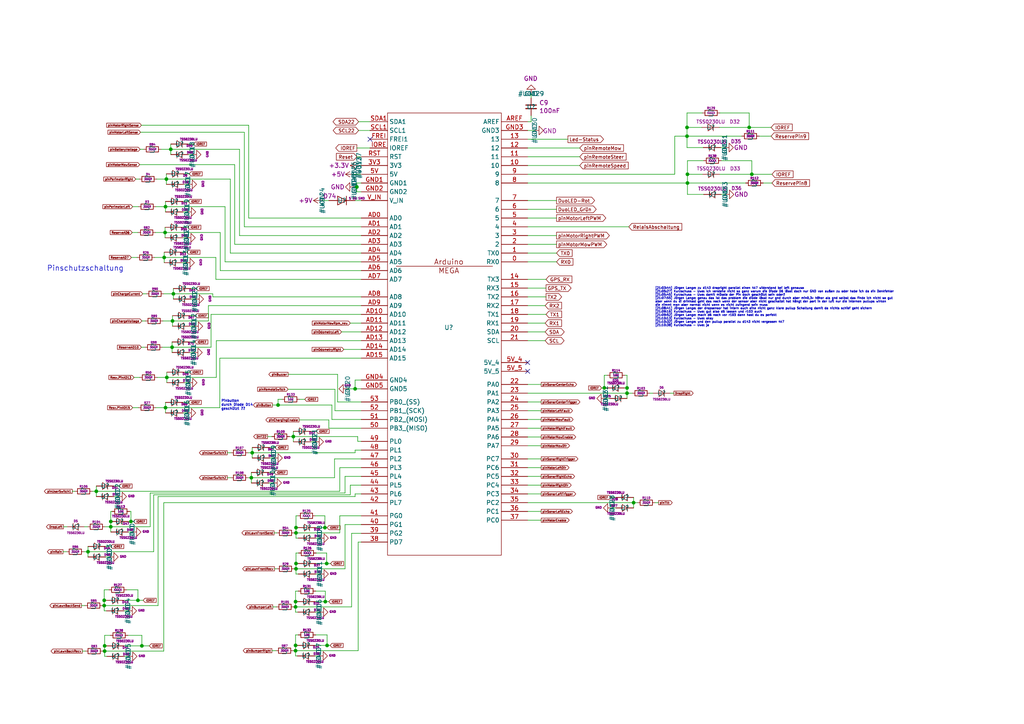
<source format=kicad_sch>
(kicad_sch (version 20200608) (host eeschema "(5.99.0-1946-g60915fbc7)")
  (page 28 33)
  (paper "A4")
  (title_block (title "Ardumower shield SVN Version") (date "2017-04-13") (rev "1.3") (company "ML AG JL UZ"))
  (junction (at 25.527 160.02))
  (junction (at 27.94 142.494))
  (junction (at 30.226 174.117))
  (junction (at 30.226 175.641))
  (junction (at 30.353 187.325))
  (junction (at 30.353 188.849))
  (junction (at 32.131 151.257))
  (junction (at 32.131 152.781))
  (junction (at 37.973 151.257))
  (junction (at 40.005 174.117))
  (junction (at 41.148 187.325))
  (junction (at 47.625 74.676))
  (junction (at 47.879 67.437))
  (junction (at 48.006 59.944))
  (junction (at 48.006 118.237))
  (junction (at 48.26 51.943))
  (junction (at 48.387 109.474))
  (junction (at 49.53 43.307))
  (junction (at 49.911 100.711))
  (junction (at 50.038 93.091))
  (junction (at 50.292 85.217))
  (junction (at 72.898 138.557))
  (junction (at 73.152 131.318))
  (junction (at 80.645 117.475))
  (junction (at 85.09 126.619))
  (junction (at 85.725 174.498))
  (junction (at 85.725 176.022))
  (junction (at 85.725 187.198))
  (junction (at 85.725 188.722))
  (junction (at 85.852 153.035))
  (junction (at 85.852 154.559))
  (junction (at 85.852 163.449))
  (junction (at 85.852 164.973))
  (junction (at 94.234 153.035))
  (junction (at 94.361 174.498))
  (junction (at 94.742 163.449))
  (junction (at 94.869 187.198))
  (junction (at 102.997 112.776))
  (junction (at 103.505 54.229))
  (junction (at 175.26 112.522))
  (junction (at 181.864 112.522))
  (junction (at 181.864 114.046))
  (junction (at 183.769 145.796))
  (junction (at 199.263 36.957))
  (junction (at 199.263 39.497))
  (junction (at 199.39 50.546))
  (junction (at 199.39 53.086))
  (junction (at 217.297 36.957))
  (junction (at 218.059 50.546))
  (no_connect (at 107.315 40.386))
  (no_connect (at 153.035 107.696))
  (no_connect (at 153.035 105.156))
  (wire (pts (xy 19.304 160.02) (xy 18.288 160.02)))
  (wire (pts (xy 19.431 152.781) (xy 18.415 152.781)))
  (wire (pts (xy 21.717 142.494) (xy 20.955 142.494)))
  (wire (pts (xy 24.384 160.02) (xy 25.527 160.02)))
  (wire (pts (xy 24.638 175.641) (xy 23.622 175.641)))
  (wire (pts (xy 24.765 188.849) (xy 23.876 188.849)))
  (wire (pts (xy 25.4 152.781) (xy 24.511 152.781)))
  (wire (pts (xy 25.527 158.496) (xy 25.527 160.02)))
  (wire (pts (xy 25.527 160.02) (xy 25.527 161.544)))
  (wire (pts (xy 25.527 160.02) (xy 44.577 160.02)))
  (wire (pts (xy 26.797 142.494) (xy 27.94 142.494)))
  (wire (pts (xy 27.94 140.97) (xy 27.94 142.494)))
  (wire (pts (xy 27.94 142.494) (xy 27.94 144.018)))
  (wire (pts (xy 27.94 142.494) (xy 98.552 142.494)))
  (wire (pts (xy 29.718 175.641) (xy 30.226 175.641)))
  (wire (pts (xy 29.845 188.849) (xy 30.353 188.849)))
  (wire (pts (xy 30.226 171.069) (xy 30.226 174.117)))
  (wire (pts (xy 30.226 171.069) (xy 31.623 171.069)))
  (wire (pts (xy 30.226 174.117) (xy 30.226 175.641)))
  (wire (pts (xy 30.226 174.117) (xy 30.861 174.117)))
  (wire (pts (xy 30.226 175.641) (xy 30.226 177.165)))
  (wire (pts (xy 30.226 175.641) (xy 45.847 175.641)))
  (wire (pts (xy 30.226 177.165) (xy 30.861 177.165)))
  (wire (pts (xy 30.353 184.277) (xy 30.353 187.325)))
  (wire (pts (xy 30.353 184.277) (xy 32.004 184.277)))
  (wire (pts (xy 30.353 187.325) (xy 30.353 188.849)))
  (wire (pts (xy 30.353 187.325) (xy 30.988 187.325)))
  (wire (pts (xy 30.353 188.849) (xy 30.353 190.373)))
  (wire (pts (xy 30.353 188.849) (xy 47.498 188.849)))
  (wire (pts (xy 30.353 190.373) (xy 30.988 190.373)))
  (wire (pts (xy 30.48 152.781) (xy 32.131 152.781)))
  (wire (pts (xy 30.607 158.496) (xy 32.131 158.496)))
  (wire (pts (xy 31.75 161.544) (xy 30.607 161.544)))
  (wire (pts (xy 32.131 148.336) (xy 32.131 151.257)))
  (wire (pts (xy 32.131 148.336) (xy 32.512 148.336)))
  (wire (pts (xy 32.131 151.257) (xy 32.131 152.781)))
  (wire (pts (xy 32.131 152.781) (xy 32.131 154.305)))
  (wire (pts (xy 32.131 152.781) (xy 43.561 152.781)))
  (wire (pts (xy 33.02 140.97) (xy 34.544 140.97)))
  (wire (pts (xy 34.163 144.018) (xy 33.02 144.018)))
  (wire (pts (xy 35.941 174.117) (xy 40.005 174.117)))
  (wire (pts (xy 36.068 187.325) (xy 41.148 187.325)))
  (wire (pts (xy 36.703 171.069) (xy 40.005 171.069)))
  (wire (pts (xy 37.084 177.165) (xy 35.941 177.165)))
  (wire (pts (xy 37.084 184.277) (xy 41.148 184.277)))
  (wire (pts (xy 37.211 151.257) (xy 37.973 151.257)))
  (wire (pts (xy 37.211 190.373) (xy 36.068 190.373)))
  (wire (pts (xy 37.973 148.336) (xy 37.592 148.336)))
  (wire (pts (xy 37.973 151.257) (xy 37.973 148.336)))
  (wire (pts (xy 37.973 151.257) (xy 38.735 151.257)))
  (wire (pts (xy 38.354 154.305) (xy 37.211 154.305)))
  (wire (pts (xy 39.37 51.943) (xy 40.386 51.943)))
  (wire (pts (xy 39.751 74.676) (xy 38.1 74.676)))
  (wire (pts (xy 40.005 67.437) (xy 38.354 67.437)))
  (wire (pts (xy 40.005 171.069) (xy 40.005 174.117)))
  (wire (pts (xy 40.005 174.117) (xy 41.529 174.117)))
  (wire (pts (xy 40.132 59.944) (xy 38.481 59.944)))
  (wire (pts (xy 40.132 118.237) (xy 38.481 118.237)))
  (wire (pts (xy 40.513 47.752) (xy 68.072 47.752)))
  (wire (pts (xy 40.513 109.474) (xy 38.862 109.474)))
  (wire (pts (xy 40.64 43.307) (xy 41.656 43.307)))
  (wire (pts (xy 40.767 38.354) (xy 70.866 38.354)))
  (wire (pts (xy 41.021 36.322) (xy 72.136 36.322)))
  (wire (pts (xy 41.021 100.711) (xy 42.037 100.711)))
  (wire (pts (xy 41.148 93.091) (xy 42.164 93.091)))
  (wire (pts (xy 41.148 184.277) (xy 41.148 187.325)))
  (wire (pts (xy 41.148 187.325) (xy 43.307 187.325)))
  (wire (pts (xy 41.402 85.217) (xy 42.418 85.217)))
  (wire (pts (xy 43.561 143.002) (xy 43.561 152.781)))
  (wire (pts (xy 44.577 143.51) (xy 101.6 143.51)))
  (wire (pts (xy 44.577 160.02) (xy 44.577 143.51)))
  (wire (pts (xy 44.831 74.676) (xy 47.625 74.676)))
  (wire (pts (xy 45.085 67.437) (xy 47.879 67.437)))
  (wire (pts (xy 45.212 118.237) (xy 48.006 118.237)))
  (wire (pts (xy 45.466 51.943) (xy 48.26 51.943)))
  (wire (pts (xy 45.593 109.474) (xy 48.387 109.474)))
  (wire (pts (xy 45.847 144.018) (xy 45.847 175.641)))
  (wire (pts (xy 46.736 43.307) (xy 49.53 43.307)))
  (wire (pts (xy 47.117 100.711) (xy 49.911 100.711)))
  (wire (pts (xy 47.244 93.091) (xy 50.038 93.091)))
  (wire (pts (xy 47.498 85.217) (xy 50.292 85.217)))
  (wire (pts (xy 47.498 145.796) (xy 47.498 188.849)))
  (wire (pts (xy 47.625 73.152) (xy 47.625 74.676)))
  (wire (pts (xy 47.625 74.676) (xy 47.625 76.2)))
  (wire (pts (xy 47.625 74.676) (xy 62.611 74.676)))
  (wire (pts (xy 47.879 65.913) (xy 47.879 67.437)))
  (wire (pts (xy 47.879 67.437) (xy 47.879 68.961)))
  (wire (pts (xy 47.879 67.437) (xy 63.881 67.437)))
  (wire (pts (xy 48.006 58.42) (xy 48.006 59.944)))
  (wire (pts (xy 48.006 59.944) (xy 45.212 59.944)))
  (wire (pts (xy 48.006 59.944) (xy 48.006 61.468)))
  (wire (pts (xy 48.006 116.713) (xy 48.006 118.237)))
  (wire (pts (xy 48.006 118.237) (xy 48.006 119.761)))
  (wire (pts (xy 48.006 118.237) (xy 63.754 118.237)))
  (wire (pts (xy 48.26 50.419) (xy 48.26 51.943)))
  (wire (pts (xy 48.26 51.943) (xy 48.26 53.467)))
  (wire (pts (xy 48.26 51.943) (xy 66.802 51.943)))
  (wire (pts (xy 48.387 107.95) (xy 48.387 109.474)))
  (wire (pts (xy 48.387 109.474) (xy 48.387 110.998)))
  (wire (pts (xy 48.387 109.474) (xy 62.738 109.474)))
  (wire (pts (xy 49.53 41.783) (xy 49.53 43.307)))
  (wire (pts (xy 49.53 43.307) (xy 49.53 44.831)))
  (wire (pts (xy 49.53 43.307) (xy 69.469 43.307)))
  (wire (pts (xy 49.911 99.187) (xy 49.911 100.711)))
  (wire (pts (xy 49.911 100.711) (xy 49.911 102.235)))
  (wire (pts (xy 49.911 100.711) (xy 61.214 100.711)))
  (wire (pts (xy 50.038 91.567) (xy 50.038 93.091)))
  (wire (pts (xy 50.038 93.091) (xy 50.038 94.615)))
  (wire (pts (xy 50.038 93.091) (xy 60.452 93.091)))
  (wire (pts (xy 50.292 83.693) (xy 50.292 85.217)))
  (wire (pts (xy 50.292 85.217) (xy 50.292 86.741)))
  (wire (pts (xy 50.292 85.217) (xy 61.722 85.217)))
  (wire (pts (xy 52.705 73.152) (xy 54.229 73.152)))
  (wire (pts (xy 52.959 65.913) (xy 54.483 65.913)))
  (wire (pts (xy 53.086 58.42) (xy 54.61 58.42)))
  (wire (pts (xy 53.086 116.713) (xy 54.61 116.713)))
  (wire (pts (xy 53.34 50.419) (xy 54.864 50.419)))
  (wire (pts (xy 53.467 107.95) (xy 54.991 107.95)))
  (wire (pts (xy 53.848 76.2) (xy 52.705 76.2)))
  (wire (pts (xy 54.102 68.961) (xy 52.959 68.961)))
  (wire (pts (xy 54.229 61.468) (xy 53.086 61.468)))
  (wire (pts (xy 54.229 119.761) (xy 53.086 119.761)))
  (wire (pts (xy 54.483 53.467) (xy 53.34 53.467)))
  (wire (pts (xy 54.61 41.783) (xy 56.134 41.783)))
  (wire (pts (xy 54.61 110.998) (xy 53.467 110.998)))
  (wire (pts (xy 54.991 99.187) (xy 56.515 99.187)))
  (wire (pts (xy 55.118 91.567) (xy 56.642 91.567)))
  (wire (pts (xy 55.372 83.693) (xy 56.896 83.693)))
  (wire (pts (xy 55.753 44.831) (xy 54.61 44.831)))
  (wire (pts (xy 56.134 102.235) (xy 54.991 102.235)))
  (wire (pts (xy 56.261 94.615) (xy 55.118 94.615)))
  (wire (pts (xy 56.515 86.741) (xy 55.372 86.741)))
  (wire (pts (xy 60.452 88.646) (xy 104.775 88.646)))
  (wire (pts (xy 60.452 93.091) (xy 60.452 88.646)))
  (wire (pts (xy 61.214 91.186) (xy 104.775 91.186)))
  (wire (pts (xy 61.214 100.711) (xy 61.214 91.186)))
  (wire (pts (xy 61.722 85.217) (xy 61.722 86.106)))
  (wire (pts (xy 61.722 86.106) (xy 104.775 86.106)))
  (wire (pts (xy 62.611 74.676) (xy 62.611 81.026)))
  (wire (pts (xy 62.611 81.026) (xy 104.775 81.026)))
  (wire (pts (xy 62.738 98.806) (xy 104.775 98.806)))
  (wire (pts (xy 62.738 109.474) (xy 62.738 98.806)))
  (wire (pts (xy 63.754 103.886) (xy 104.775 103.886)))
  (wire (pts (xy 63.754 118.237) (xy 63.754 103.886)))
  (wire (pts (xy 63.881 67.437) (xy 63.881 78.486)))
  (wire (pts (xy 63.881 78.486) (xy 104.775 78.486)))
  (wire (pts (xy 65.278 59.944) (xy 48.006 59.944)))
  (wire (pts (xy 65.278 75.946) (xy 65.278 59.944)))
  (wire (pts (xy 66.802 51.943) (xy 66.802 73.406)))
  (wire (pts (xy 66.802 73.406) (xy 104.775 73.406)))
  (wire (pts (xy 66.929 131.318) (xy 65.913 131.318)))
  (wire (pts (xy 66.929 138.557) (xy 65.913 138.557)))
  (wire (pts (xy 68.072 47.752) (xy 68.072 70.866)))
  (wire (pts (xy 68.072 70.866) (xy 104.775 70.866)))
  (wire (pts (xy 69.469 43.307) (xy 69.469 68.326)))
  (wire (pts (xy 69.469 68.326) (xy 104.775 68.326)))
  (wire (pts (xy 70.866 38.354) (xy 70.866 65.786)))
  (wire (pts (xy 70.866 65.786) (xy 104.775 65.786)))
  (wire (pts (xy 72.009 131.318) (xy 73.152 131.318)))
  (wire (pts (xy 72.009 138.557) (xy 72.898 138.557)))
  (wire (pts (xy 72.136 36.322) (xy 72.136 63.246)))
  (wire (pts (xy 72.136 63.246) (xy 104.775 63.246)))
  (wire (pts (xy 72.898 137.033) (xy 72.898 138.557)))
  (wire (pts (xy 72.898 138.557) (xy 72.898 140.081)))
  (wire (pts (xy 72.898 138.557) (xy 97.028 138.557)))
  (wire (pts (xy 73.152 129.794) (xy 73.152 131.318)))
  (wire (pts (xy 73.152 131.318) (xy 73.152 132.842)))
  (wire (pts (xy 73.152 131.318) (xy 102.997 131.318)))
  (wire (pts (xy 77.978 137.033) (xy 79.502 137.033)))
  (wire (pts (xy 78.232 129.794) (xy 79.756 129.794)))
  (wire (pts (xy 78.867 126.619) (xy 77.597 126.619)))
  (wire (pts (xy 78.994 117.475) (xy 80.645 117.475)))
  (wire (pts (xy 79.121 140.081) (xy 77.978 140.081)))
  (wire (pts (xy 79.375 132.842) (xy 78.232 132.842)))
  (wire (pts (xy 80.01 188.722) (xy 78.867 188.722)))
  (wire (pts (xy 80.137 176.022) (xy 79.121 176.022)))
  (wire (pts (xy 80.264 154.559) (xy 79.502 154.559)))
  (wire (pts (xy 80.264 164.973) (xy 79.629 164.973)))
  (wire (pts (xy 80.645 115.824) (xy 80.645 117.475)))
  (wire (pts (xy 80.645 117.475) (xy 96.266 117.475)))
  (wire (pts (xy 81.788 115.824) (xy 80.645 115.824)))
  (wire (pts (xy 83.566 108.585) (xy 97.917 108.585)))
  (wire (pts (xy 83.566 112.903) (xy 97.155 112.903)))
  (wire (pts (xy 83.947 126.619) (xy 85.09 126.619)))
  (wire (pts (xy 85.09 125.095) (xy 85.09 126.619)))
  (wire (pts (xy 85.09 126.619) (xy 85.09 128.143)))
  (wire (pts (xy 85.09 126.619) (xy 103.759 126.619)))
  (wire (pts (xy 85.09 188.722) (xy 85.725 188.722)))
  (wire (pts (xy 85.217 176.022) (xy 85.725 176.022)))
  (wire (pts (xy 85.344 154.559) (xy 85.852 154.559)))
  (wire (pts (xy 85.344 164.973) (xy 85.852 164.973)))
  (wire (pts (xy 85.725 171.45) (xy 85.725 174.498)))
  (wire (pts (xy 85.725 171.45) (xy 86.487 171.45)))
  (wire (pts (xy 85.725 174.498) (xy 85.725 176.022)))
  (wire (pts (xy 85.725 174.498) (xy 86.36 174.498)))
  (wire (pts (xy 85.725 176.022) (xy 85.725 177.546)))
  (wire (pts (xy 85.725 176.022) (xy 101.981 176.022)))
  (wire (pts (xy 85.725 177.546) (xy 86.36 177.546)))
  (wire (pts (xy 85.725 184.15) (xy 85.725 187.198)))
  (wire (pts (xy 85.725 184.15) (xy 86.487 184.15)))
  (wire (pts (xy 85.725 187.198) (xy 85.725 188.722)))
  (wire (pts (xy 85.725 187.198) (xy 86.233 187.198)))
  (wire (pts (xy 85.725 188.722) (xy 85.725 190.246)))
  (wire (pts (xy 85.725 188.722) (xy 103.886 188.722)))
  (wire (pts (xy 85.725 190.246) (xy 86.233 190.246)))
  (wire (pts (xy 85.852 149.606) (xy 85.852 153.035)))
  (wire (pts (xy 85.852 149.606) (xy 86.36 149.606)))
  (wire (pts (xy 85.852 153.035) (xy 85.852 154.559)))
  (wire (pts (xy 85.852 153.035) (xy 86.487 153.035)))
  (wire (pts (xy 85.852 154.559) (xy 85.852 156.083)))
  (wire (pts (xy 85.852 154.559) (xy 98.552 154.559)))
  (wire (pts (xy 85.852 156.083) (xy 86.487 156.083)))
  (wire (pts (xy 85.852 160.401) (xy 85.852 163.449)))
  (wire (pts (xy 85.852 160.401) (xy 86.614 160.401)))
  (wire (pts (xy 85.852 163.449) (xy 85.852 164.973)))
  (wire (pts (xy 85.852 163.449) (xy 86.487 163.449)))
  (wire (pts (xy 85.852 164.973) (xy 85.852 166.497)))
  (wire (pts (xy 85.852 164.973) (xy 100.076 164.973)))
  (wire (pts (xy 85.852 166.497) (xy 86.487 166.497)))
  (wire (pts (xy 86.741 121.793) (xy 95.377 121.793)))
  (wire (pts (xy 86.868 115.824) (xy 88.392 115.824)))
  (wire (pts (xy 90.17 125.095) (xy 91.694 125.095)))
  (wire (pts (xy 91.313 128.143) (xy 90.17 128.143)))
  (wire (pts (xy 91.313 187.198) (xy 94.869 187.198)))
  (wire (pts (xy 91.44 149.606) (xy 94.234 149.606)))
  (wire (pts (xy 91.44 174.498) (xy 94.361 174.498)))
  (wire (pts (xy 91.567 153.035) (xy 94.234 153.035)))
  (wire (pts (xy 91.567 163.449) (xy 94.742 163.449)))
  (wire (pts (xy 91.567 171.45) (xy 94.361 171.45)))
  (wire (pts (xy 91.567 184.15) (xy 94.869 184.15)))
  (wire (pts (xy 91.694 160.401) (xy 94.742 160.401)))
  (wire (pts (xy 92.456 190.246) (xy 91.313 190.246)))
  (wire (pts (xy 92.583 177.546) (xy 91.44 177.546)))
  (wire (pts (xy 92.71 156.083) (xy 91.567 156.083)))
  (wire (pts (xy 92.71 166.497) (xy 91.567 166.497)))
  (wire (pts (xy 94.234 149.606) (xy 94.234 153.035)))
  (wire (pts (xy 94.234 153.035) (xy 94.869 153.035)))
  (wire (pts (xy 94.361 171.45) (xy 94.361 174.498)))
  (wire (pts (xy 94.361 174.498) (xy 95.377 174.498)))
  (wire (pts (xy 94.742 160.401) (xy 94.742 163.449)))
  (wire (pts (xy 94.742 163.449) (xy 95.885 163.449)))
  (wire (pts (xy 94.869 184.15) (xy 94.869 187.198)))
  (wire (pts (xy 94.869 187.198) (xy 95.758 187.198)))
  (wire (pts (xy 95.377 58.166) (xy 93.472 58.166)))
  (wire (pts (xy 95.377 121.793) (xy 95.377 124.206)))
  (wire (pts (xy 95.377 124.206) (xy 104.775 124.206)))
  (wire (pts (xy 96.266 117.475) (xy 96.266 121.666)))
  (wire (pts (xy 96.266 121.666) (xy 104.775 121.666)))
  (wire (pts (xy 97.028 133.096) (xy 104.775 133.096)))
  (wire (pts (xy 97.028 138.557) (xy 97.028 133.096)))
  (wire (pts (xy 97.155 112.903) (xy 97.155 119.126)))
  (wire (pts (xy 97.155 119.126) (xy 104.775 119.126)))
  (wire (pts (xy 97.917 108.585) (xy 97.917 116.586)))
  (wire (pts (xy 97.917 116.586) (xy 104.775 116.586)))
  (wire (pts (xy 98.552 135.636) (xy 104.775 135.636)))
  (wire (pts (xy 98.552 142.494) (xy 98.552 135.636)))
  (wire (pts (xy 98.552 149.606) (xy 104.775 149.606)))
  (wire (pts (xy 98.552 154.559) (xy 98.552 149.606)))
  (wire (pts (xy 99.06 96.266) (xy 104.775 96.266)))
  (wire (pts (xy 99.695 101.346) (xy 104.775 101.346)))
  (wire (pts (xy 100.076 138.176) (xy 100.076 143.002)))
  (wire (pts (xy 100.076 138.176) (xy 104.775 138.176)))
  (wire (pts (xy 100.076 143.002) (xy 43.561 143.002)))
  (wire (pts (xy 100.076 152.146) (xy 104.775 152.146)))
  (wire (pts (xy 100.076 164.973) (xy 100.076 152.146)))
  (wire (pts (xy 100.838 112.776) (xy 102.997 112.776)))
  (wire (pts (xy 101.6 93.726) (xy 104.775 93.726)))
  (wire (pts (xy 101.6 140.716) (xy 104.775 140.716)))
  (wire (pts (xy 101.6 143.51) (xy 101.6 140.716)))
  (wire (pts (xy 101.981 154.686) (xy 104.775 154.686)))
  (wire (pts (xy 101.981 176.022) (xy 101.981 154.686)))
  (wire (pts (xy 102.743 50.546) (xy 104.775 50.546)))
  (wire (pts (xy 102.743 54.229) (xy 103.505 54.229)))
  (wire (pts (xy 102.997 58.166) (xy 104.775 58.166)))
  (wire (pts (xy 102.997 110.236) (xy 104.775 110.236)))
  (wire (pts (xy 102.997 112.776) (xy 102.997 110.236)))
  (wire (pts (xy 102.997 112.776) (xy 104.775 112.776)))
  (wire (pts (xy 102.997 130.556) (xy 104.775 130.556)))
  (wire (pts (xy 102.997 131.318) (xy 102.997 130.556)))
  (wire (pts (xy 102.997 143.256) (xy 102.997 144.018)))
  (wire (pts (xy 102.997 143.256) (xy 104.775 143.256)))
  (wire (pts (xy 102.997 144.018) (xy 45.847 144.018)))
  (wire (pts (xy 103.505 45.466) (xy 104.775 45.466)))
  (wire (pts (xy 103.505 53.086) (xy 103.505 54.229)))
  (wire (pts (xy 103.505 53.086) (xy 104.775 53.086)))
  (wire (pts (xy 103.505 54.229) (xy 103.505 55.626)))
  (wire (pts (xy 103.505 55.626) (xy 104.775 55.626)))
  (wire (pts (xy 103.759 126.619) (xy 103.759 128.016)))
  (wire (pts (xy 103.759 128.016) (xy 104.775 128.016)))
  (wire (pts (xy 103.886 157.226) (xy 104.775 157.226)))
  (wire (pts (xy 103.886 188.722) (xy 103.886 157.226)))
  (wire (pts (xy 104.14 48.006) (xy 104.775 48.006)))
  (wire (pts (xy 104.775 75.946) (xy 65.278 75.946)))
  (wire (pts (xy 104.775 145.796) (xy 47.498 145.796)))
  (wire (pts (xy 107.315 35.306) (xy 104.013 35.306)))
  (wire (pts (xy 107.315 37.846) (xy 104.013 37.846)))
  (wire (pts (xy 107.315 42.926) (xy 103.505 42.926)))
  (wire (pts (xy 153.035 37.846) (xy 155.067 37.846)))
  (wire (pts (xy 153.035 42.926) (xy 168.148 42.926)))
  (wire (pts (xy 153.035 45.466) (xy 168.148 45.466)))
  (wire (pts (xy 153.035 53.086) (xy 199.39 53.086)))
  (wire (pts (xy 153.035 65.786) (xy 182.372 65.786)))
  (wire (pts (xy 153.035 70.866) (xy 161.417 70.866)))
  (wire (pts (xy 153.035 73.406) (xy 161.417 73.406)))
  (wire (pts (xy 153.035 83.566) (xy 158.369 83.566)))
  (wire (pts (xy 153.035 86.106) (xy 158.369 86.106)))
  (wire (pts (xy 153.035 88.646) (xy 158.115 88.646)))
  (wire (pts (xy 153.035 91.186) (xy 158.369 91.186)))
  (wire (pts (xy 153.035 93.726) (xy 158.115 93.726)))
  (wire (pts (xy 153.035 96.266) (xy 158.115 96.266)))
  (wire (pts (xy 153.035 98.806) (xy 158.115 98.806)))
  (wire (pts (xy 153.035 111.506) (xy 156.972 111.506)))
  (wire (pts (xy 153.035 114.046) (xy 181.864 114.046)))
  (wire (pts (xy 153.035 116.586) (xy 156.972 116.586)))
  (wire (pts (xy 153.035 119.126) (xy 156.972 119.126)))
  (wire (pts (xy 153.035 121.666) (xy 156.972 121.666)))
  (wire (pts (xy 153.035 124.206) (xy 156.972 124.206)))
  (wire (pts (xy 153.035 126.746) (xy 156.972 126.746)))
  (wire (pts (xy 153.035 129.286) (xy 156.972 129.286)))
  (wire (pts (xy 153.035 133.096) (xy 156.972 133.096)))
  (wire (pts (xy 153.035 135.636) (xy 156.972 135.636)))
  (wire (pts (xy 153.035 138.176) (xy 156.972 138.176)))
  (wire (pts (xy 153.035 140.716) (xy 156.972 140.716)))
  (wire (pts (xy 153.035 143.256) (xy 156.972 143.256)))
  (wire (pts (xy 153.035 145.796) (xy 183.769 145.796)))
  (wire (pts (xy 153.035 148.336) (xy 156.972 148.336)))
  (wire (pts (xy 153.035 150.876) (xy 156.972 150.876)))
  (wire (pts (xy 154.051 28.448) (xy 154.051 27.178)))
  (wire (pts (xy 154.051 33.528) (xy 154.051 35.306)))
  (wire (pts (xy 154.051 35.306) (xy 153.035 35.306)))
  (wire (pts (xy 158.369 81.026) (xy 153.035 81.026)))
  (wire (pts (xy 161.417 58.166) (xy 153.035 58.166)))
  (wire (pts (xy 161.417 60.706) (xy 153.035 60.706)))
  (wire (pts (xy 161.417 63.246) (xy 153.035 63.246)))
  (wire (pts (xy 161.417 68.326) (xy 153.035 68.326)))
  (wire (pts (xy 161.417 75.946) (xy 153.035 75.946)))
  (wire (pts (xy 164.719 40.386) (xy 153.035 40.386)))
  (wire (pts (xy 168.148 48.006) (xy 153.035 48.006)))
  (wire (pts (xy 174.498 112.522) (xy 175.26 112.522)))
  (wire (pts (xy 175.26 108.839) (xy 175.26 112.522)))
  (wire (pts (xy 175.26 112.522) (xy 176.022 112.522)))
  (wire (pts (xy 175.641 115.57) (xy 176.784 115.57)))
  (wire (pts (xy 176.149 108.839) (xy 175.26 108.839)))
  (wire (pts (xy 177.546 147.32) (xy 178.689 147.32)))
  (wire (pts (xy 178.689 144.272) (xy 177.165 144.272)))
  (wire (pts (xy 181.864 108.839) (xy 181.229 108.839)))
  (wire (pts (xy 181.864 108.839) (xy 181.864 112.522)))
  (wire (pts (xy 181.864 112.522) (xy 181.102 112.522)))
  (wire (pts (xy 181.864 112.522) (xy 181.864 114.046)))
  (wire (pts (xy 181.864 114.046) (xy 181.864 115.57)))
  (wire (pts (xy 181.864 114.046) (xy 183.388 114.046)))
  (wire (pts (xy 183.769 144.272) (xy 183.769 145.796)))
  (wire (pts (xy 183.769 145.796) (xy 183.769 147.32)))
  (wire (pts (xy 183.769 145.796) (xy 184.912 145.796)))
  (wire (pts (xy 188.468 114.046) (xy 189.357 114.046)))
  (wire (pts (xy 189.992 145.796) (xy 191.008 145.796)))
  (wire (pts (xy 194.437 114.046) (xy 195.453 114.046)))
  (wire (pts (xy 195.707 39.497) (xy 195.707 50.546)))
  (wire (pts (xy 195.707 39.497) (xy 199.263 39.497)))
  (wire (pts (xy 195.707 50.546) (xy 153.035 50.546)))
  (wire (pts (xy 199.263 32.766) (xy 199.263 36.957)))
  (wire (pts (xy 199.263 32.766) (xy 203.708 32.766)))
  (wire (pts (xy 199.263 36.957) (xy 199.263 39.497)))
  (wire (pts (xy 199.263 36.957) (xy 203.581 36.957)))
  (wire (pts (xy 199.263 39.497) (xy 199.263 42.799)))
  (wire (pts (xy 199.263 39.497) (xy 215.138 39.497)))
  (wire (pts (xy 199.263 42.799) (xy 203.962 42.799)))
  (wire (pts (xy 199.39 46.609) (xy 199.39 50.546)))
  (wire (pts (xy 199.39 50.546) (xy 199.39 53.086)))
  (wire (pts (xy 199.39 50.546) (xy 203.708 50.546)))
  (wire (pts (xy 199.39 53.086) (xy 199.39 56.388)))
  (wire (pts (xy 199.39 53.086) (xy 216.281 53.086)))
  (wire (pts (xy 199.39 56.388) (xy 204.089 56.388)))
  (wire (pts (xy 204.089 46.609) (xy 199.39 46.609)))
  (wire (pts (xy 208.661 36.957) (xy 217.297 36.957)))
  (wire (pts (xy 208.788 32.766) (xy 217.297 32.766)))
  (wire (pts (xy 208.788 50.546) (xy 218.059 50.546)))
  (wire (pts (xy 209.169 46.609) (xy 218.059 46.609)))
  (wire (pts (xy 210.185 42.799) (xy 209.042 42.799)))
  (wire (pts (xy 210.312 56.388) (xy 209.169 56.388)))
  (wire (pts (xy 217.297 32.766) (xy 217.297 36.957)))
  (wire (pts (xy 217.297 36.957) (xy 223.647 36.957)))
  (wire (pts (xy 218.059 46.609) (xy 218.059 50.546)))
  (wire (pts (xy 218.059 50.546) (xy 223.901 50.546)))
  (wire (pts (xy 220.218 39.497) (xy 223.647 39.497)))
  (wire (pts (xy 221.361 53.086) (xy 223.901 53.086)))
  (image (at -41.148 75.311))
  (text "Pinschutzschaltung" (at 13.589 78.867 0) (effects (font (size 1.524 1.524)) (justify left bottom)))
  (text "Pinbutton\ndurch Diode D14\ngeschützt ??" (at 64.135 119.126 0) (effects (font (size 0.7112 0.7112)) (justify left bottom)))
  (text "[21:03:44] Jürgen Lange: zu d143 dropright parallel einen 4k7 widerstand bei left genauso\n[21:05:27] Kurzschuss - Uwe: Ich verstehe nicht so ganz warum die Diode D6 lässt doch nur GND von außen zu oder habe ich da ein Denkfehler\n[21:05:45] Kurzschuss - Uwe: damit müsste der Pin doch geschützt sein oder?\n[21:07:55] Jürgen Lange: genau das ist das problem die diode lässt nur gnd durch aber min0,3v höher als gnd selbst das finde ich nicht so gut \naber wenn du di drinhast geht das noch wenn der sensor aber nicht geschaltet hat hängt der port in der luft nur die internen pullups wirken \ndie nimmt man aber normal nicht wenn es nicht zwingend sein muss\n[21:08:41] Jürgen Lange: der dropsensor hat intern auch eine nicht ganz klare pullup Schaltung damit da nichts schief geht sichern\n[21:09:16] Kurzschuss - Uwe: gut also d6 lassen und r103 auch\n[21:09:52] Jürgen Lange: mach d6 noch vor r103 dann hast du es perfekt\n[21:10:13] Kurzschuss - Uwe: okay\n[21:10:32] Jürgen Lange: und den pullup parallel zu d143 nicht vergessen 4k7\n[21:10:38] Kurzschuss - Uwe: ja" (at 189.992 94.869 0) (effects (font (size 0.6096 0.6096)) (justify left bottom)))
  (text "also im grunde ist es bei der schaltung völlig pups...... \nes ist genau das gleiche problem wie mit dem LsF010x \nnicht der shifter ist das problem sondern das was dahinter kommt.\n Fraaage...... was macht ein pin wenn es als ausgang programmiert ist\nund wird aktiv mit einem andern ausgang verbunden? \nRichtiiiig es macht puff und so ist das auch mit dem shifter \ndu kannst dir aber die regel merken der gate widerstand zeigt zum MPU pin" (at 326.644 77.216 0) (effects (font (size 2.0066 2.0066)) (justify left bottom)))
  (text "achso um mein geschreibsel für den level shifter \nnoch mal zu verdeutlichen die low-side darf immer kleiner \noder gleichgroß der high-side sein \naber niemals größer als die high-side \nich hoffe das ist jetzt etwas verständlicher" (at 327.66 106.172 0) (effects (font (size 2.0066 2.0066)) (justify left bottom)))
  (global_label "pinRain" (shape output) (at 18.288 160.02 180) (effects (font (size 0.6096 0.6096))))
  (global_label "DropLeft" (shape output) (at 18.415 152.781 180) (effects (font (size 0.6096 0.6096))))
  (global_label "pinUserSwitch1" (shape output) (at 20.955 142.494 180) (effects (font (size 0.6096 0.6096))))
  (global_label "pinLawnBackSend" (shape output) (at 23.622 175.641 180) (effects (font (size 0.6096 0.6096))))
  (global_label "pinLawnBackRecv" (shape output) (at 23.876 188.849 180) (effects (font (size 0.6096 0.6096))))
  (global_label "IOREF" (shape input) (at 32.131 158.496 0) (effects (font (size 0.6096 0.6096))))
  (global_label "IOREF" (shape input) (at 34.544 140.97 0) (effects (font (size 0.6096 0.6096))))
  (global_label "ReserveAD7" (shape input) (at 38.1 74.676 180) (effects (font (size 0.6096 0.6096))))
  (global_label "ReserveAD6" (shape input) (at 38.354 67.437 180) (effects (font (size 0.6096 0.6096))))
  (global_label "pinPerimeterLeft" (shape input) (at 38.481 59.944 180) (effects (font (size 0.6096 0.6096))))
  (global_label "Resv.PinAD15" (shape input) (at 38.481 118.237 180) (effects (font (size 0.6096 0.6096))))
  (global_label "IOREF" (shape input) (at 38.735 151.257 0) (effects (font (size 0.6096 0.6096))))
  (global_label "Resv.PinAD13" (shape input) (at 38.862 109.474 180) (effects (font (size 0.6096 0.6096))))
  (global_label "pinPerimeterRight" (shape input) (at 39.37 51.943 180) (effects (font (size 0.6096 0.6096))))
  (global_label "pinMotorMowSense" (shape input) (at 40.513 47.752 180) (effects (font (size 0.6096 0.6096))))
  (global_label "pinBatteryVoltage" (shape input) (at 40.64 43.307 180) (effects (font (size 0.6096 0.6096))))
  (global_label "pinMotorLeftSense" (shape input) (at 40.767 38.354 180) (effects (font (size 0.6096 0.6096))))
  (global_label "pinMotorRightSense" (shape input) (at 41.021 36.322 180) (effects (font (size 0.6096 0.6096))))
  (global_label "ReserveAD10" (shape input) (at 41.021 100.711 180) (effects (font (size 0.6096 0.6096))))
  (global_label "pinChargeVoltage" (shape input) (at 41.148 93.091 180) (effects (font (size 0.6096 0.6096))))
  (global_label "pinChargeCurrent" (shape input) (at 41.402 85.217 180) (effects (font (size 0.6096 0.6096))))
  (global_label "IOREF" (shape input) (at 41.529 174.117 0) (effects (font (size 0.6096 0.6096))))
  (global_label "IOREF" (shape input) (at 43.307 187.325 0) (effects (font (size 0.6096 0.6096))))
  (global_label "IOREF" (shape input) (at 54.229 73.152 0) (effects (font (size 0.6096 0.6096))))
  (global_label "IOREF" (shape input) (at 54.483 65.913 0) (effects (font (size 0.6096 0.6096))))
  (global_label "IOREF" (shape input) (at 54.61 58.42 0) (effects (font (size 0.6096 0.6096))))
  (global_label "IOREF" (shape input) (at 54.61 116.713 0) (effects (font (size 0.6096 0.6096))))
  (global_label "IOREF" (shape input) (at 54.864 50.419 0) (effects (font (size 0.6096 0.6096))))
  (global_label "IOREF" (shape input) (at 54.991 107.95 0) (effects (font (size 0.6096 0.6096))))
  (global_label "IOREF" (shape input) (at 56.134 41.783 0) (effects (font (size 0.6096 0.6096))))
  (global_label "IOREF" (shape input) (at 56.515 99.187 0) (effects (font (size 0.6096 0.6096))))
  (global_label "IOREF" (shape input) (at 56.642 91.567 0) (effects (font (size 0.6096 0.6096))))
  (global_label "IOREF" (shape input) (at 56.896 83.693 0) (effects (font (size 0.6096 0.6096))))
  (global_label "pinUserSwitch3" (shape output) (at 65.913 131.318 180) (effects (font (size 0.6096 0.6096))))
  (global_label "pinUserSwitch2" (shape output) (at 65.913 138.557 180) (effects (font (size 0.6096 0.6096))))
  (global_label "DHT22" (shape output) (at 77.597 126.619 180) (effects (font (size 0.6096 0.6096))))
  (global_label "pinBumperRight" (shape output) (at 78.867 188.722 180) (effects (font (size 0.6096 0.6096))))
  (global_label "pinButton" (shape output) (at 78.994 117.475 180) (effects (font (size 0.6096 0.6096))))
  (global_label "pinBumperLeft" (shape output) (at 79.121 176.022 180) (effects (font (size 0.6096 0.6096))))
  (global_label "IOREF" (shape input) (at 79.502 137.033 0) (effects (font (size 0.6096 0.6096))))
  (global_label "pinLawnFrontSend" (shape output) (at 79.502 154.559 180) (effects (font (size 0.6096 0.6096))))
  (global_label "pinLawnFrontRecv" (shape output) (at 79.629 164.973 180) (effects (font (size 0.6096 0.6096))))
  (global_label "IOREF" (shape input) (at 79.756 129.794 0) (effects (font (size 0.6096 0.6096))))
  (global_label "pinBuzzer" (shape output) (at 83.566 108.585 180) (effects (font (size 0.6096 0.6096))))
  (global_label "pinRemoteSwitch" (shape input) (at 83.566 112.903 180) (effects (font (size 0.6096 0.6096))))
  (global_label "pinChargingEnable" (shape output) (at 86.741 121.793 180) (effects (font (size 0.6096 0.6096))))
  (global_label "IOREF" (shape input) (at 88.392 115.824 0) (effects (font (size 0.6096 0.6096))))
  (global_label "IOREF" (shape input) (at 91.694 125.095 0) (effects (font (size 0.6096 0.6096))))
  (global_label "IOREF" (shape input) (at 94.869 153.035 0) (effects (font (size 0.6096 0.6096))))
  (global_label "IOREF" (shape input) (at 95.377 174.498 0) (effects (font (size 0.6096 0.6096))))
  (global_label "IOREF" (shape input) (at 95.758 187.198 0) (effects (font (size 0.6096 0.6096))))
  (global_label "IOREF" (shape input) (at 95.885 163.449 0) (effects (font (size 0.6096 0.6096))))
  (global_label "pinOdometryLeft" (shape input) (at 99.06 96.266 180) (effects (font (size 0.6096 0.6096))))
  (global_label "pinOdometryRight" (shape input) (at 99.695 101.346 180) (effects (font (size 0.6096 0.6096))))
  (global_label "pinMotorMowRpm_neu" (shape input) (at 101.6 93.726 180) (effects (font (size 0.6096 0.6096))))
  (global_label "IOREF" (shape output) (at 103.505 42.926 180) (effects (font (size 0.9906 0.9906))))
  (global_label "Reset" (shape input) (at 103.505 45.466 180) (effects (font (size 0.9906 0.9906))))
  (global_label "SDA22" (shape bidirectional) (at 104.013 35.306 180) (effects (font (size 0.9906 0.9906))))
  (global_label "SCL22" (shape bidirectional) (at 104.013 37.846 180) (effects (font (size 0.9906 0.9906))))
  (global_label "pinSonarCenterEcho" (shape output) (at 156.972 111.506 0) (effects (font (size 0.6096 0.6096))))
  (global_label "pinSonarCenterTrigger" (shape output) (at 156.972 116.586 0) (effects (font (size 0.6096 0.6096))))
  (global_label "pinMotorLeftFault" (shape output) (at 156.972 119.126 0) (effects (font (size 0.6096 0.6096))))
  (global_label "pinMotorMowFault" (shape output) (at 156.972 121.666 0) (effects (font (size 0.6096 0.6096))))
  (global_label "pinMotorRightFault" (shape output) (at 156.972 124.206 0) (effects (font (size 0.6096 0.6096))))
  (global_label "pinMotorMowEnable" (shape output) (at 156.972 126.746 0) (effects (font (size 0.6096 0.6096))))
  (global_label "pinMotorMowDir" (shape output) (at 156.972 129.286 0) (effects (font (size 0.6096 0.6096))))
  (global_label "pinSonarRightTrigger" (shape output) (at 156.972 133.096 0) (effects (font (size 0.6096 0.6096))))
  (global_label "pinMotorLeftDir" (shape output) (at 156.972 135.636 0) (effects (font (size 0.6096 0.6096))))
  (global_label "pinSonarRightEcho" (shape output) (at 156.972 138.176 0) (effects (font (size 0.6096 0.6096))))
  (global_label "pinMotorRightDir" (shape output) (at 156.972 140.716 0) (effects (font (size 0.6096 0.6096))))
  (global_label "pinSonarLeftTrigger" (shape output) (at 156.972 143.256 0) (effects (font (size 0.6096 0.6096))))
  (global_label "pinSonarLeftEcho" (shape output) (at 156.972 148.336 0) (effects (font (size 0.6096 0.6096))))
  (global_label "pinMotorEnable" (shape output) (at 156.972 150.876 0) (effects (font (size 0.6096 0.6096))))
  (global_label "RX2" (shape input) (at 158.115 88.646 0) (effects (font (size 0.9906 0.9906))))
  (global_label "RX1" (shape input) (at 158.115 93.726 0) (effects (font (size 0.9906 0.9906))))
  (global_label "SDA" (shape bidirectional) (at 158.115 96.266 0) (effects (font (size 0.9906 0.9906))))
  (global_label "SCL" (shape bidirectional) (at 158.115 98.806 0) (effects (font (size 0.9906 0.9906))))
  (global_label "GPS_RX" (shape input) (at 158.369 81.026 0) (effects (font (size 0.9906 0.9906))))
  (global_label "GPS_TX" (shape output) (at 158.369 83.566 0) (effects (font (size 0.9906 0.9906))))
  (global_label "TX2" (shape output) (at 158.369 86.106 0) (effects (font (size 0.9906 0.9906))))
  (global_label "TX1" (shape input) (at 158.369 91.186 0) (effects (font (size 0.9906 0.9906))))
  (global_label "DuoLED-Rot" (shape output) (at 161.417 58.166 0) (effects (font (size 0.9906 0.9906))))
  (global_label "DuoLED_Grün" (shape output) (at 161.417 60.706 0) (effects (font (size 0.9906 0.9906))))
  (global_label "pinMotorLeftPWM" (shape output) (at 161.417 63.246 0) (effects (font (size 0.9906 0.9906))))
  (global_label "pinMotorRightPWM" (shape output) (at 161.417 68.326 0) (effects (font (size 0.9906 0.9906))))
  (global_label "pinMotorMowPWM" (shape output) (at 161.417 70.866 0) (effects (font (size 0.9906 0.9906))))
  (global_label "TX0" (shape input) (at 161.417 73.406 0) (effects (font (size 0.9906 0.9906))))
  (global_label "RX0" (shape input) (at 161.417 75.946 0) (effects (font (size 0.9906 0.9906))))
  (global_label "Led-Status" (shape output) (at 164.719 40.386 0) (effects (font (size 0.9906 0.9906))))
  (global_label "pinRemoteMow" (shape input) (at 168.148 42.926 0) (effects (font (size 0.9906 0.9906))))
  (global_label "pinRemoteSteer" (shape input) (at 168.148 45.466 0) (effects (font (size 0.9906 0.9906))))
  (global_label "pinRemoteSpeed" (shape input) (at 168.148 48.006 0) (effects (font (size 0.9906 0.9906))))
  (global_label "IOREF" (shape input) (at 174.498 112.522 180) (effects (font (size 0.6096 0.6096))))
  (global_label "IOREF" (shape input) (at 177.165 144.272 180) (effects (font (size 0.6096 0.6096))))
  (global_label "RelaisAbschaltung" (shape input) (at 182.372 65.786 0) (effects (font (size 0.9906 0.9906))))
  (global_label "pinTilt" (shape output) (at 191.008 145.796 0) (effects (font (size 0.6096 0.6096))))
  (global_label "DropRight" (shape output) (at 195.453 114.046 0) (effects (font (size 0.6096 0.6096))))
  (global_label "IOREF" (shape input) (at 223.647 36.957 0) (effects (font (size 0.9906 0.9906))))
  (global_label "ReservePin9" (shape input) (at 223.647 39.497 0) (effects (font (size 0.9906 0.9906))))
  (global_label "IOREF" (shape input) (at 223.901 50.546 0) (effects (font (size 0.9906 0.9906))))
  (global_label "ReservePin8" (shape input) (at 223.901 53.086 0) (effects (font (size 0.9906 0.9906))))
  (symbol (lib_id "ardumower-mega-shield-svn-rescue:+9V-RESCUE-ardumower_mega_shield_svn") (at 93.472 58.166 90) (unit 1)
    (property "Referenz" "#PWR0180" (effects hide))
    (property "Wert" "+9V" (at 88.646 58.166 90))
  )
  (symbol (lib_id "ardumower-mega-shield-svn-rescue:+5V-RESCUE-ardumower_mega_shield_svn") (at 102.743 50.546 90) (unit 1)
    (property "Referenz" "#PWR0182" (effects hide))
    (property "Wert" "+5V" (at 98.044 50.546 90))
  )
  (symbol (lib_id "ardumower-mega-shield-svn-rescue:+3.3V-RESCUE-ardumower_mega_shield_svn") (at 104.14 48.006 90) (unit 1)
    (property "Referenz" "#PWR0181" (effects hide))
    (property "Wert" "+3.3V" (at 98.298 48.006 90))
  )
  (symbol (lib_id "ardumower-mega-shield-svn-rescue:GND-RESCUE-ardumower_mega_shield_svn") (at 31.75 161.544 90) (unit 1)
    (property "Referenz" "#PWR0204" (effects hide))
    (property "Wert" "GND" (at 35.687 161.417 90) (effects (font (size 0.6096 0.6096))))
  )
  (symbol (lib_id "ardumower-mega-shield-svn-rescue:GND-RESCUE-ardumower_mega_shield_svn") (at 34.163 144.018 90) (unit 1)
    (property "Referenz" "#PWR0202" (effects hide))
    (property "Wert" "GND" (at 38.1 143.891 90) (effects (font (size 0.6096 0.6096))))
  )
  (symbol (lib_id "ardumower-mega-shield-svn-rescue:GND-RESCUE-ardumower_mega_shield_svn") (at 37.084 177.165 90) (unit 1)
    (property "Referenz" "#PWR0205" (effects hide))
    (property "Wert" "GND" (at 41.021 177.038 90) (effects (font (size 0.6096 0.6096))))
  )
  (symbol (lib_id "ardumower-mega-shield-svn-rescue:GND-RESCUE-ardumower_mega_shield_svn") (at 37.211 190.373 90) (unit 1)
    (property "Referenz" "#PWR0206" (effects hide))
    (property "Wert" "GND" (at 41.148 190.246 90) (effects (font (size 0.6096 0.6096))))
  )
  (symbol (lib_id "ardumower-mega-shield-svn-rescue:GND-RESCUE-ardumower_mega_shield_svn") (at 38.354 154.305 90) (unit 1)
    (property "Referenz" "#PWR0203" (effects hide))
    (property "Wert" "GND" (at 42.291 154.178 90) (effects (font (size 0.6096 0.6096))))
  )
  (symbol (lib_id "ardumower-mega-shield-svn-rescue:GND-RESCUE-ardumower_mega_shield_svn") (at 53.848 76.2 90) (unit 1)
    (property "Referenz" "#PWR0193" (effects hide))
    (property "Wert" "GND" (at 58.2422 76.073 0) (effects (font (size 0.6096 0.6096))))
  )
  (symbol (lib_id "ardumower-mega-shield-svn-rescue:GND-RESCUE-ardumower_mega_shield_svn") (at 54.102 68.961 90) (unit 1)
    (property "Referenz" "#PWR0192" (effects hide))
    (property "Wert" "GND" (at 58.4962 68.834 0) (effects (font (size 0.6096 0.6096))))
  )
  (symbol (lib_id "ardumower-mega-shield-svn-rescue:GND-RESCUE-ardumower_mega_shield_svn") (at 54.229 61.468 90) (unit 1)
    (property "Referenz" "#PWR0187" (effects hide))
    (property "Wert" "GND" (at 58.6232 61.341 0) (effects (font (size 0.6096 0.6096))))
  )
  (symbol (lib_id "ardumower-mega-shield-svn-rescue:GND-RESCUE-ardumower_mega_shield_svn") (at 54.229 119.761 90) (unit 1)
    (property "Referenz" "#PWR0198" (effects hide))
    (property "Wert" "GND" (at 58.6232 119.634 0) (effects (font (size 0.6096 0.6096))))
  )
  (symbol (lib_id "ardumower-mega-shield-svn-rescue:GND-RESCUE-ardumower_mega_shield_svn") (at 54.483 53.467 90) (unit 1)
    (property "Referenz" "#PWR0190" (effects hide))
    (property "Wert" "GND" (at 58.8772 53.34 0) (effects (font (size 0.6096 0.6096))))
  )
  (symbol (lib_id "ardumower-mega-shield-svn-rescue:GND-RESCUE-ardumower_mega_shield_svn") (at 54.61 110.998 90) (unit 1)
    (property "Referenz" "#PWR0194" (effects hide))
    (property "Wert" "GND" (at 59.0042 110.871 0) (effects (font (size 0.6096 0.6096))))
  )
  (symbol (lib_id "ardumower-mega-shield-svn-rescue:GND-RESCUE-ardumower_mega_shield_svn") (at 55.753 44.831 90) (unit 1)
    (property "Referenz" "#PWR0191" (effects hide))
    (property "Wert" "GND" (at 60.1472 44.704 0) (effects (font (size 0.6096 0.6096))))
  )
  (symbol (lib_id "ardumower-mega-shield-svn-rescue:GND-RESCUE-ardumower_mega_shield_svn") (at 56.134 102.235 90) (unit 1)
    (property "Referenz" "#PWR0197" (effects hide))
    (property "Wert" "GND" (at 60.5282 102.108 0) (effects (font (size 0.6096 0.6096))))
  )
  (symbol (lib_id "ardumower-mega-shield-svn-rescue:GND-RESCUE-ardumower_mega_shield_svn") (at 56.261 94.615 90) (unit 1)
    (property "Referenz" "#PWR0196" (effects hide))
    (property "Wert" "GND" (at 60.6552 94.488 0) (effects (font (size 0.6096 0.6096))))
  )
  (symbol (lib_id "ardumower-mega-shield-svn-rescue:GND-RESCUE-ardumower_mega_shield_svn") (at 56.515 86.741 90) (unit 1)
    (property "Referenz" "#PWR0195" (effects hide))
    (property "Wert" "GND" (at 60.9092 86.614 0) (effects (font (size 0.6096 0.6096))))
  )
  (symbol (lib_id "ardumower-mega-shield-svn-rescue:GND-RESCUE-ardumower_mega_shield_svn") (at 79.121 140.081 90) (unit 1)
    (property "Referenz" "#PWR0201" (effects hide))
    (property "Wert" "GND" (at 83.058 139.954 90) (effects (font (size 0.6096 0.6096))))
  )
  (symbol (lib_id "ardumower-mega-shield-svn-rescue:GND-RESCUE-ardumower_mega_shield_svn") (at 79.375 132.842 90) (unit 1)
    (property "Referenz" "#PWR0200" (effects hide))
    (property "Wert" "GND" (at 83.312 132.715 90) (effects (font (size 0.6096 0.6096))))
  )
  (symbol (lib_id "ardumower-mega-shield-svn-rescue:GND-RESCUE-ardumower_mega_shield_svn") (at 91.313 128.143 90) (unit 1)
    (property "Referenz" "#PWR0199" (effects hide))
    (property "Wert" "GND" (at 95.25 128.016 90) (effects (font (size 0.6096 0.6096))))
  )
  (symbol (lib_id "ardumower-mega-shield-svn-rescue:GND-RESCUE-ardumower_mega_shield_svn") (at 92.456 190.246 90) (unit 1)
    (property "Referenz" "#PWR0210" (effects hide))
    (property "Wert" "GND" (at 96.393 190.119 90) (effects (font (size 0.6096 0.6096))))
  )
  (symbol (lib_id "ardumower-mega-shield-svn-rescue:GND-RESCUE-ardumower_mega_shield_svn") (at 92.583 177.546 90) (unit 1)
    (property "Referenz" "#PWR0209" (effects hide))
    (property "Wert" "GND" (at 96.52 177.419 90) (effects (font (size 0.6096 0.6096))))
  )
  (symbol (lib_id "ardumower-mega-shield-svn-rescue:GND-RESCUE-ardumower_mega_shield_svn") (at 92.71 156.083 90) (unit 1)
    (property "Referenz" "#PWR0207" (effects hide))
    (property "Wert" "GND" (at 96.647 155.956 90) (effects (font (size 0.6096 0.6096))))
  )
  (symbol (lib_id "ardumower-mega-shield-svn-rescue:GND-RESCUE-ardumower_mega_shield_svn") (at 92.71 166.497 90) (unit 1)
    (property "Referenz" "#PWR0208" (effects hide))
    (property "Wert" "GND" (at 96.647 166.37 90) (effects (font (size 0.6096 0.6096))))
  )
  (symbol (lib_id "ardumower-mega-shield-svn-rescue:GND-RESCUE-ardumower_mega_shield_svn") (at 100.838 112.776 270) (mirror x) (unit 1)
    (property "Referenz" "#PWR0183" (effects hide))
    (property "Wert" "GND" (at 100.838 111.76 90) (effects (font (size 0.6096 0.6096))))
  )
  (symbol (lib_id "ardumower-mega-shield-svn-rescue:GND-RESCUE-ardumower_mega_shield_svn") (at 102.743 54.229 270) (mirror x) (unit 1)
    (property "Referenz" "#PWR0186" (effects hide))
    (property "Wert" "GND" (at 97.917 54.229 90))
  )
  (symbol (lib_id "ardumower-mega-shield-svn-rescue:GND-RESCUE-ardumower_mega_shield_svn") (at 154.051 27.178 180) (unit 1)
    (property "Referenz" "#PWR0184" (effects hide))
    (property "Wert" "GND" (at 153.924 22.7838 0))
  )
  (symbol (lib_id "ardumower-mega-shield-svn-rescue:GND-RESCUE-ardumower_mega_shield_svn") (at 155.067 37.846 90) (mirror x) (unit 1)
    (property "Referenz" "#PWR0185" (effects hide))
    (property "Wert" "GND" (at 159.4612 37.973 90))
  )
  (symbol (lib_id "ardumower-mega-shield-svn-rescue:GND-RESCUE-ardumower_mega_shield_svn") (at 175.641 115.57 270) (mirror x) (unit 1)
    (property "Referenz" "#PWR0212" (effects hide))
    (property "Wert" "GND" (at 171.704 115.443 90) (effects (font (size 0.6096 0.6096))))
  )
  (symbol (lib_id "ardumower-mega-shield-svn-rescue:GND-RESCUE-ardumower_mega_shield_svn") (at 177.546 147.32 270) (mirror x) (unit 1)
    (property "Referenz" "#PWR0211" (effects hide))
    (property "Wert" "GND" (at 173.609 147.193 90) (effects (font (size 0.6096 0.6096))))
  )
  (symbol (lib_id "ardumower-mega-shield-svn-rescue:GND-RESCUE-ardumower_mega_shield_svn") (at 210.185 42.799 90) (unit 1)
    (property "Referenz" "#PWR0188" (effects hide))
    (property "Wert" "GND" (at 214.884 42.799 90))
  )
  (symbol (lib_id "ardumower-mega-shield-svn-rescue:GND-RESCUE-ardumower_mega_shield_svn") (at 210.312 56.388 90) (unit 1)
    (property "Referenz" "#PWR0189" (effects hide))
    (property "Wert" "GND" (at 215.011 56.388 90))
  )
  (symbol (lib_id "ardumower-mega-shield-svn-rescue:R_Small-RESCUE-ardumower_mega_shield_svn") (at 21.844 160.02 90) (unit 1)
    (property "Referenz" "R86" (at 21.844 158.623 90) (effects (font (size 0.6096 0.6096))))
    (property "Wert" "300R" (at 21.844 160.02 90) (effects (font (size 0.6096 0.6096))))
    (property "Footprint" "Zimprich:R_0603" (effects hide))
    (property "Gehäuseart" "Value" (effects hide))
    (property "Bestelllink" "Value" (effects hide))
    (property "Technische Daten" "Value" (effects hide))
    (property "Bestellnummer" "Value" (effects hide))
    (property "Bauform" "Value" (effects hide))
    (property "Funktion" "Value" (effects hide))
    (property "Hersteller" "Value" (effects hide))
    (property "Hersteller Bestellnummer" "Value" (effects hide))
  )
  (symbol (lib_id "ardumower-mega-shield-svn-rescue:R_Small-RESCUE-ardumower_mega_shield_svn") (at 24.257 142.494 90) (unit 1)
    (property "Referenz" "R106" (at 24.257 141.097 90) (effects (font (size 0.6096 0.6096))))
    (property "Wert" "300R" (at 24.257 142.494 90) (effects (font (size 0.6096 0.6096))))
    (property "Footprint" "Zimprich:R_0603" (effects hide))
    (property "Gehäuseart" "Value" (effects hide))
    (property "Bestelllink" "Value" (effects hide))
    (property "Technische Daten" "Value" (effects hide))
    (property "Bestellnummer" "Value" (effects hide))
    (property "Bauform" "Value" (effects hide))
    (property "Funktion" "Value" (effects hide))
    (property "Hersteller" "Value" (effects hide))
    (property "Hersteller Bestellnummer" "Value" (effects hide))
  )
  (symbol (lib_id "ardumower-mega-shield-svn-rescue:R_Small-RESCUE-ardumower_mega_shield_svn") (at 27.178 175.641 90) (unit 1)
    (property "Referenz" "R85" (at 27.178 174.244 90) (effects (font (size 0.6096 0.6096))))
    (property "Wert" "300R" (at 27.178 175.641 90) (effects (font (size 0.6096 0.6096))))
    (property "Footprint" "Zimprich:R_0603" (effects hide))
    (property "Gehäuseart" "Value" (effects hide))
    (property "Bestelllink" "Value" (effects hide))
    (property "Technische Daten" "Value" (effects hide))
    (property "Bestellnummer" "Value" (effects hide))
    (property "Bauform" "Value" (effects hide))
    (property "Funktion" "Value" (effects hide))
    (property "Hersteller" "Value" (effects hide))
    (property "Hersteller Bestellnummer" "Value" (effects hide))
  )
  (symbol (lib_id "ardumower-mega-shield-svn-rescue:R_Small-RESCUE-ardumower_mega_shield_svn") (at 27.305 188.849 90) (unit 1)
    (property "Referenz" "R83" (at 27.305 187.452 90) (effects (font (size 0.6096 0.6096))))
    (property "Wert" "300R" (at 27.305 188.849 90) (effects (font (size 0.6096 0.6096))))
    (property "Footprint" "Zimprich:R_0603" (effects hide))
    (property "Gehäuseart" "Value" (effects hide))
    (property "Bestelllink" "Value" (effects hide))
    (property "Technische Daten" "Value" (effects hide))
    (property "Bestellnummer" "Value" (effects hide))
    (property "Bauform" "Value" (effects hide))
    (property "Funktion" "Value" (effects hide))
    (property "Hersteller" "Value" (effects hide))
    (property "Hersteller Bestellnummer" "Value" (effects hide))
  )
  (symbol (lib_id "ardumower-mega-shield-svn-rescue:R_Small-RESCUE-ardumower_mega_shield_svn") (at 27.94 152.781 90) (unit 1)
    (property "Referenz" "R104" (at 27.94 151.384 90) (effects (font (size 0.6096 0.6096))))
    (property "Wert" "300R" (at 27.94 152.781 90) (effects (font (size 0.6096 0.6096))))
    (property "Footprint" "Zimprich:R_0603" (effects hide))
    (property "Gehäuseart" "Value" (effects hide))
    (property "Bestelllink" "Value" (effects hide))
    (property "Technische Daten" "Value" (effects hide))
    (property "Bestellnummer" "Value" (effects hide))
    (property "Bauform" "Value" (effects hide))
    (property "Funktion" "Value" (effects hide))
    (property "Hersteller" "Value" (effects hide))
    (property "Hersteller Bestellnummer" "Value" (effects hide))
  )
  (symbol (lib_id "ardumower-mega-shield-svn-rescue:R_Small-RESCUE-ardumower_mega_shield_svn") (at 34.163 171.069 90) (unit 1)
    (property "Referenz" "R127" (at 34.163 169.672 90) (effects (font (size 0.6096 0.6096))))
    (property "Wert" "XXXX" (at 34.163 171.069 90) (effects (font (size 0.6096 0.6096))))
    (property "Footprint" "Zimprich:R_0603" (effects hide))
    (property "Gehäuseart" "Value" (effects hide))
    (property "Bestelllink" "Value" (effects hide))
    (property "Technische Daten" "Value" (effects hide))
    (property "Bestellnummer" "Value" (effects hide))
    (property "Bauform" "Value" (effects hide))
    (property "Funktion" "Value" (effects hide))
    (property "Hersteller" "Value" (effects hide))
    (property "Hersteller Bestellnummer" "Value" (effects hide))
  )
  (symbol (lib_id "ardumower-mega-shield-svn-rescue:R_Small-RESCUE-ardumower_mega_shield_svn") (at 34.544 184.277 90) (unit 1)
    (property "Referenz" "R128" (at 34.544 182.88 90) (effects (font (size 0.6096 0.6096))))
    (property "Wert" "XXXX" (at 34.544 184.277 90) (effects (font (size 0.6096 0.6096))))
    (property "Footprint" "Zimprich:R_0603" (effects hide))
    (property "Gehäuseart" "Value" (effects hide))
    (property "Bestelllink" "Value" (effects hide))
    (property "Technische Daten" "Value" (effects hide))
    (property "Bestellnummer" "Value" (effects hide))
    (property "Bauform" "Value" (effects hide))
    (property "Funktion" "Value" (effects hide))
    (property "Hersteller" "Value" (effects hide))
    (property "Hersteller Bestellnummer" "Value" (effects hide))
  )
  (symbol (lib_id "ardumower-mega-shield-svn-rescue:R_Small-RESCUE-ardumower_mega_shield_svn") (at 35.052 148.336 90) (unit 1)
    (property "Referenz" "R113" (at 35.052 146.939 90) (effects (font (size 0.6096 0.6096))))
    (property "Wert" "10K" (at 35.052 148.336 90) (effects (font (size 0.6096 0.6096))))
    (property "Footprint" "Zimprich:R_0603" (effects hide))
    (property "Gehäuseart" "Value" (effects hide))
    (property "Bestelllink" "Value" (effects hide))
    (property "Technische Daten" "Value" (effects hide))
    (property "Bestellnummer" "Value" (effects hide))
    (property "Bauform" "Value" (effects hide))
    (property "Funktion" "Value" (effects hide))
    (property "Hersteller" "Value" (effects hide))
    (property "Hersteller Bestellnummer" "Value" (effects hide))
  )
  (symbol (lib_id "ardumower-mega-shield-svn-rescue:R_Small-RESCUE-ardumower_mega_shield_svn") (at 42.291 74.676 90) (unit 1)
    (property "Referenz" "R26" (at 42.291 73.279 90) (effects (font (size 0.6096 0.6096))))
    (property "Wert" "300R" (at 42.291 74.676 90) (effects (font (size 0.6096 0.6096))))
    (property "Footprint" "Zimprich:R_0603" (effects hide))
    (property "Gehäuseart" "Value" (effects hide))
    (property "Bestelllink" "Value" (effects hide))
    (property "Technische Daten" "Value" (effects hide))
    (property "Bestellnummer" "Value" (effects hide))
    (property "Bauform" "Value" (effects hide))
  )
  (symbol (lib_id "ardumower-mega-shield-svn-rescue:R_Small-RESCUE-ardumower_mega_shield_svn") (at 42.545 67.437 90) (unit 1)
    (property "Referenz" "R82" (at 42.545 66.04 90) (effects (font (size 0.6096 0.6096))))
    (property "Wert" "300R" (at 42.545 67.437 90) (effects (font (size 0.6096 0.6096))))
    (property "Footprint" "Zimprich:R_0603" (effects hide))
    (property "Gehäuseart" "Value" (effects hide))
    (property "Bestelllink" "Value" (effects hide))
    (property "Technische Daten" "Value" (effects hide))
    (property "Bestellnummer" "Value" (effects hide))
    (property "Bauform" "Value" (effects hide))
  )
  (symbol (lib_id "ardumower-mega-shield-svn-rescue:R_Small-RESCUE-ardumower_mega_shield_svn") (at 42.672 59.944 90) (unit 1)
    (property "Referenz" "R3" (at 42.672 58.547 90) (effects (font (size 0.6096 0.6096))))
    (property "Wert" "300R" (at 42.672 59.944 90) (effects (font (size 0.6096 0.6096))))
    (property "Footprint" "Zimprich:R_0603" (effects hide))
    (property "Gehäuseart" "Value" (effects hide))
    (property "Bestelllink" "Value" (effects hide))
    (property "Technische Daten" "Value" (effects hide))
    (property "Bestellnummer" "Value" (effects hide))
    (property "Bauform" "Value" (effects hide))
  )
  (symbol (lib_id "ardumower-mega-shield-svn-rescue:R_Small-RESCUE-ardumower_mega_shield_svn") (at 42.672 118.237 90) (unit 1)
    (property "Referenz" "R27" (at 42.672 116.84 90) (effects (font (size 0.6096 0.6096))))
    (property "Wert" "300R" (at 42.672 118.237 90) (effects (font (size 0.6096 0.6096))))
    (property "Footprint" "Zimprich:R_0603" (effects hide))
    (property "Gehäuseart" "Value" (effects hide))
    (property "Bestelllink" "Value" (effects hide))
    (property "Technische Daten" "Value" (effects hide))
    (property "Bestellnummer" "Value" (effects hide))
    (property "Bauform" "Value" (effects hide))
  )
  (symbol (lib_id "ardumower-mega-shield-svn-rescue:R_Small-RESCUE-ardumower_mega_shield_svn") (at 42.926 51.943 90) (unit 1)
    (property "Referenz" "R4" (at 42.926 50.546 90) (effects (font (size 0.6096 0.6096))))
    (property "Wert" "300R" (at 42.926 51.943 90) (effects (font (size 0.6096 0.6096))))
    (property "Footprint" "Zimprich:R_0603" (effects hide))
    (property "Gehäuseart" "Value" (effects hide))
    (property "Bestelllink" "Value" (effects hide))
    (property "Technische Daten" "Value" (effects hide))
    (property "Bestellnummer" "Value" (effects hide))
    (property "Bauform" "Value" (effects hide))
  )
  (symbol (lib_id "ardumower-mega-shield-svn-rescue:R_Small-RESCUE-ardumower_mega_shield_svn") (at 43.053 109.474 90) (unit 1)
    (property "Referenz" "R50" (at 43.053 108.077 90) (effects (font (size 0.6096 0.6096))))
    (property "Wert" "300R" (at 43.053 109.474 90) (effects (font (size 0.6096 0.6096))))
    (property "Footprint" "Zimprich:R_0603" (effects hide))
    (property "Gehäuseart" "Value" (effects hide))
    (property "Bestelllink" "Value" (effects hide))
    (property "Technische Daten" "Value" (effects hide))
    (property "Bestellnummer" "Value" (effects hide))
    (property "Bauform" "Value" (effects hide))
  )
  (symbol (lib_id "ardumower-mega-shield-svn-rescue:R_Small-RESCUE-ardumower_mega_shield_svn") (at 44.196 43.307 90) (unit 1)
    (property "Referenz" "R84" (at 44.196 41.91 90) (effects (font (size 0.6096 0.6096))))
    (property "Wert" "300R" (at 44.196 43.307 90) (effects (font (size 0.6096 0.6096))))
    (property "Footprint" "Zimprich:R_0603" (effects hide))
    (property "Gehäuseart" "Value" (effects hide))
    (property "Bestelllink" "Value" (effects hide))
    (property "Technische Daten" "Value" (effects hide))
    (property "Bestellnummer" "Value" (effects hide))
    (property "Bauform" "Value" (effects hide))
  )
  (symbol (lib_id "ardumower-mega-shield-svn-rescue:R_Small-RESCUE-ardumower_mega_shield_svn") (at 44.577 100.711 90) (unit 1)
    (property "Referenz" "R88" (at 44.577 99.314 90) (effects (font (size 0.6096 0.6096))))
    (property "Wert" "300R" (at 44.577 100.711 90) (effects (font (size 0.6096 0.6096))))
    (property "Footprint" "Zimprich:R_0603" (effects hide))
    (property "Gehäuseart" "Value" (effects hide))
    (property "Bestelllink" "Value" (effects hide))
    (property "Technische Daten" "Value" (effects hide))
    (property "Bestellnummer" "Value" (effects hide))
    (property "Bauform" "Value" (effects hide))
  )
  (symbol (lib_id "ardumower-mega-shield-svn-rescue:R_Small-RESCUE-ardumower_mega_shield_svn") (at 44.704 93.091 90) (unit 1)
    (property "Referenz" "R89" (at 44.704 91.694 90) (effects (font (size 0.6096 0.6096))))
    (property "Wert" "300R" (at 44.704 93.091 90) (effects (font (size 0.6096 0.6096))))
    (property "Footprint" "Zimprich:R_0603" (effects hide))
    (property "Gehäuseart" "Value" (effects hide))
    (property "Bestelllink" "Value" (effects hide))
    (property "Technische Daten" "Value" (effects hide))
    (property "Bestellnummer" "Value" (effects hide))
    (property "Bauform" "Value" (effects hide))
  )
  (symbol (lib_id "ardumower-mega-shield-svn-rescue:R_Small-RESCUE-ardumower_mega_shield_svn") (at 44.958 85.217 90) (unit 1)
    (property "Referenz" "R90" (at 44.958 83.82 90) (effects (font (size 0.6096 0.6096))))
    (property "Wert" "300R" (at 44.958 85.217 90) (effects (font (size 0.6096 0.6096))))
    (property "Footprint" "Zimprich:R_0603" (effects hide))
    (property "Gehäuseart" "Value" (effects hide))
    (property "Bestelllink" "Value" (effects hide))
    (property "Technische Daten" "Value" (effects hide))
    (property "Bestellnummer" "Value" (effects hide))
    (property "Bauform" "Value" (effects hide))
  )
  (symbol (lib_id "ardumower-mega-shield-svn-rescue:R_Small-RESCUE-ardumower_mega_shield_svn") (at 69.469 131.318 90) (unit 1)
    (property "Referenz" "R107" (at 69.469 129.921 90) (effects (font (size 0.6096 0.6096))))
    (property "Wert" "300R" (at 69.469 131.318 90) (effects (font (size 0.6096 0.6096))))
    (property "Footprint" "Zimprich:R_0603" (effects hide))
    (property "Gehäuseart" "Value" (effects hide))
    (property "Bestelllink" "Value" (effects hide))
    (property "Technische Daten" "Value" (effects hide))
    (property "Bestellnummer" "Value" (effects hide))
    (property "Bauform" "Value" (effects hide))
    (property "Funktion" "Value" (effects hide))
    (property "Hersteller" "Value" (effects hide))
    (property "Hersteller Bestellnummer" "Value" (effects hide))
  )
  (symbol (lib_id "ardumower-mega-shield-svn-rescue:R_Small-RESCUE-ardumower_mega_shield_svn") (at 69.469 138.557 90) (unit 1)
    (property "Referenz" "R108" (at 69.469 137.16 90) (effects (font (size 0.6096 0.6096))))
    (property "Wert" "300R" (at 69.469 138.557 90) (effects (font (size 0.6096 0.6096))))
    (property "Footprint" "Zimprich:R_0603" (effects hide))
    (property "Gehäuseart" "Value" (effects hide))
    (property "Bestelllink" "Value" (effects hide))
    (property "Technische Daten" "Value" (effects hide))
    (property "Bestellnummer" "Value" (effects hide))
    (property "Bauform" "Value" (effects hide))
    (property "Funktion" "Value" (effects hide))
    (property "Hersteller" "Value" (effects hide))
    (property "Hersteller Bestellnummer" "Value" (effects hide))
  )
  (symbol (lib_id "ardumower-mega-shield-svn-rescue:R_Small-RESCUE-ardumower_mega_shield_svn") (at 81.407 126.619 90) (unit 1)
    (property "Referenz" "R109" (at 81.407 125.222 90) (effects (font (size 0.6096 0.6096))))
    (property "Wert" "300R" (at 81.407 126.619 90) (effects (font (size 0.6096 0.6096))))
    (property "Footprint" "Zimprich:R_0603" (effects hide))
    (property "Gehäuseart" "Value" (effects hide))
    (property "Bestelllink" "Value" (effects hide))
    (property "Technische Daten" "Value" (effects hide))
    (property "Bestellnummer" "Value" (effects hide))
    (property "Bauform" "Value" (effects hide))
    (property "Funktion" "Value" (effects hide))
    (property "Hersteller" "Value" (effects hide))
    (property "Hersteller Bestellnummer" "Value" (effects hide))
  )
  (symbol (lib_id "ardumower-mega-shield-svn-rescue:R_Small-RESCUE-ardumower_mega_shield_svn") (at 82.55 188.722 90) (unit 1)
    (property "Referenz" "R87" (at 82.55 187.325 90) (effects (font (size 0.6096 0.6096))))
    (property "Wert" "300R" (at 82.55 188.722 90) (effects (font (size 0.6096 0.6096))))
    (property "Footprint" "Zimprich:R_0603" (effects hide))
    (property "Gehäuseart" "Value" (effects hide))
    (property "Bestelllink" "Value" (effects hide))
    (property "Technische Daten" "Value" (effects hide))
    (property "Bestellnummer" "Value" (effects hide))
    (property "Bauform" "Value" (effects hide))
    (property "Funktion" "Value" (effects hide))
    (property "Hersteller" "Value" (effects hide))
    (property "Hersteller Bestellnummer" "Value" (effects hide))
  )
  (symbol (lib_id "ardumower-mega-shield-svn-rescue:R_Small-RESCUE-ardumower_mega_shield_svn") (at 82.677 176.022 90) (unit 1)
    (property "Referenz" "R105" (at 82.677 174.625 90) (effects (font (size 0.6096 0.6096))))
    (property "Wert" "300R" (at 82.677 176.022 90) (effects (font (size 0.6096 0.6096))))
    (property "Footprint" "Zimprich:R_0603" (effects hide))
    (property "Gehäuseart" "Value" (effects hide))
    (property "Bestelllink" "Value" (effects hide))
    (property "Technische Daten" "Value" (effects hide))
    (property "Bestellnummer" "Value" (effects hide))
    (property "Bauform" "Value" (effects hide))
    (property "Funktion" "Value" (effects hide))
    (property "Hersteller" "Value" (effects hide))
    (property "Hersteller Bestellnummer" "Value" (effects hide))
  )
  (symbol (lib_id "ardumower-mega-shield-svn-rescue:R_Small-RESCUE-ardumower_mega_shield_svn") (at 82.804 154.559 90) (unit 1)
    (property "Referenz" "R54" (at 82.804 153.162 90) (effects (font (size 0.6096 0.6096))))
    (property "Wert" "300R" (at 82.804 154.559 90) (effects (font (size 0.6096 0.6096))))
    (property "Footprint" "Zimprich:R_0603" (effects hide))
    (property "Gehäuseart" "Value" (effects hide))
    (property "Bestelllink" "Value" (effects hide))
    (property "Technische Daten" "Value" (effects hide))
    (property "Bestellnummer" "Value" (effects hide))
    (property "Bauform" "Value" (effects hide))
    (property "Funktion" "Value" (effects hide))
    (property "Hersteller" "Value" (effects hide))
    (property "Hersteller Bestellnummer" "Value" (effects hide))
  )
  (symbol (lib_id "ardumower-mega-shield-svn-rescue:R_Small-RESCUE-ardumower_mega_shield_svn") (at 82.804 164.973 90) (unit 1)
    (property "Referenz" "R29" (at 82.804 163.576 90) (effects (font (size 0.6096 0.6096))))
    (property "Wert" "300R" (at 82.804 164.973 90) (effects (font (size 0.6096 0.6096))))
    (property "Footprint" "Zimprich:R_0603" (effects hide))
    (property "Gehäuseart" "Value" (effects hide))
    (property "Bestelllink" "Value" (effects hide))
    (property "Technische Daten" "Value" (effects hide))
    (property "Bestellnummer" "Value" (effects hide))
    (property "Bauform" "Value" (effects hide))
    (property "Funktion" "Value" (effects hide))
    (property "Hersteller" "Value" (effects hide))
    (property "Hersteller Bestellnummer" "Value" (effects hide))
  )
  (symbol (lib_id "ardumower-mega-shield-svn-rescue:R_Small-RESCUE-ardumower_mega_shield_svn") (at 84.328 115.824 90) (unit 1)
    (property "Referenz" "R133" (at 84.328 114.427 90) (effects (font (size 0.6096 0.6096))))
    (property "Wert" "10K" (at 84.328 115.824 90) (effects (font (size 0.6096 0.6096))))
    (property "Footprint" "Zimprich:R_0603" (effects hide))
    (property "Gehäuseart" "Value" (effects hide))
    (property "Bestelllink" "Value" (effects hide))
    (property "Technische Daten" "Value" (effects hide))
    (property "Bestellnummer" "Value" (effects hide))
    (property "Bauform" "Value" (effects hide))
    (property "Funktion" "Value" (effects hide))
    (property "Hersteller" "Value" (effects hide))
    (property "Hersteller Bestellnummer" "Value" (effects hide))
  )
  (symbol (lib_id "ardumower-mega-shield-svn-rescue:R_Small-RESCUE-ardumower_mega_shield_svn") (at 88.9 149.606 90) (unit 1)
    (property "Referenz" "R125" (at 88.9 148.209 90) (effects (font (size 0.6096 0.6096))))
    (property "Wert" "XXXX" (at 88.9 149.606 90) (effects (font (size 0.6096 0.6096))))
    (property "Footprint" "Zimprich:R_0603" (effects hide))
    (property "Gehäuseart" "Value" (effects hide))
    (property "Bestelllink" "Value" (effects hide))
    (property "Technische Daten" "Value" (effects hide))
    (property "Bestellnummer" "Value" (effects hide))
    (property "Bauform" "Value" (effects hide))
    (property "Funktion" "Value" (effects hide))
    (property "Hersteller" "Value" (effects hide))
    (property "Hersteller Bestellnummer" "Value" (effects hide))
  )
  (symbol (lib_id "ardumower-mega-shield-svn-rescue:R_Small-RESCUE-ardumower_mega_shield_svn") (at 89.027 171.45 90) (unit 1)
    (property "Referenz" "R131" (at 89.027 170.053 90) (effects (font (size 0.6096 0.6096))))
    (property "Wert" "10K" (at 89.027 171.45 90) (effects (font (size 0.6096 0.6096))))
    (property "Footprint" "Zimprich:R_0603" (effects hide))
    (property "Gehäuseart" "Value" (effects hide))
    (property "Bestelllink" "Value" (effects hide))
    (property "Technische Daten" "Value" (effects hide))
    (property "Bestellnummer" "Value" (effects hide))
    (property "Bauform" "Value" (effects hide))
    (property "Funktion" "Value" (effects hide))
    (property "Hersteller" "Value" (effects hide))
    (property "Hersteller Bestellnummer" "Value" (effects hide))
  )
  (symbol (lib_id "ardumower-mega-shield-svn-rescue:R_Small-RESCUE-ardumower_mega_shield_svn") (at 89.027 184.15 90) (unit 1)
    (property "Referenz" "R132" (at 89.027 182.753 90) (effects (font (size 0.6096 0.6096))))
    (property "Wert" "10K" (at 89.027 184.15 90) (effects (font (size 0.6096 0.6096))))
    (property "Footprint" "Zimprich:R_0603" (effects hide))
    (property "Gehäuseart" "Value" (effects hide))
    (property "Bestelllink" "Value" (effects hide))
    (property "Technische Daten" "Value" (effects hide))
    (property "Bestellnummer" "Value" (effects hide))
    (property "Bauform" "Value" (effects hide))
    (property "Funktion" "Value" (effects hide))
    (property "Hersteller" "Value" (effects hide))
    (property "Hersteller Bestellnummer" "Value" (effects hide))
  )
  (symbol (lib_id "ardumower-mega-shield-svn-rescue:R_Small-RESCUE-ardumower_mega_shield_svn") (at 89.154 160.401 90) (unit 1)
    (property "Referenz" "R126" (at 89.154 159.004 90) (effects (font (size 0.6096 0.6096))))
    (property "Wert" "XXXX" (at 89.154 160.401 90) (effects (font (size 0.6096 0.6096))))
    (property "Footprint" "Zimprich:R_0603" (effects hide))
    (property "Gehäuseart" "Value" (effects hide))
    (property "Bestelllink" "Value" (effects hide))
    (property "Technische Daten" "Value" (effects hide))
    (property "Bestellnummer" "Value" (effects hide))
    (property "Bauform" "Value" (effects hide))
    (property "Funktion" "Value" (effects hide))
    (property "Hersteller" "Value" (effects hide))
    (property "Hersteller Bestellnummer" "Value" (effects hide))
  )
  (symbol (lib_id "ardumower-mega-shield-svn-rescue:R_Small-RESCUE-ardumower_mega_shield_svn") (at 178.689 108.839 270) (mirror x) (unit 1)
    (property "Referenz" "R114" (at 178.689 107.442 90) (effects (font (size 0.6096 0.6096))))
    (property "Wert" "10K" (at 178.689 108.839 90) (effects (font (size 0.6096 0.6096))))
    (property "Footprint" "Zimprich:R_0603" (effects hide))
    (property "Gehäuseart" "Value" (effects hide))
    (property "Bestelllink" "Value" (effects hide))
    (property "Technische Daten" "Value" (effects hide))
    (property "Bestellnummer" "Value" (effects hide))
    (property "Bauform" "Value" (effects hide))
    (property "Funktion" "Value" (effects hide))
    (property "Hersteller" "Value" (effects hide))
    (property "Hersteller Bestellnummer" "Value" (effects hide))
  )
  (symbol (lib_id "ardumower-mega-shield-svn-rescue:R_Small-RESCUE-ardumower_mega_shield_svn") (at 185.928 114.046 270) (mirror x) (unit 1)
    (property "Referenz" "R103" (at 185.928 112.649 90) (effects (font (size 0.6096 0.6096))))
    (property "Wert" "300R" (at 185.928 114.046 90) (effects (font (size 0.6096 0.6096))))
    (property "Footprint" "Zimprich:R_0603" (effects hide))
    (property "Gehäuseart" "Value" (effects hide))
    (property "Bestelllink" "Value" (effects hide))
    (property "Technische Daten" "Value" (effects hide))
    (property "Bestellnummer" "Value" (effects hide))
    (property "Bauform" "Value" (effects hide))
    (property "Funktion" "Value" (effects hide))
    (property "Hersteller" "Value" (effects hide))
    (property "Hersteller Bestellnummer" "Value" (effects hide))
  )
  (symbol (lib_id "ardumower-mega-shield-svn-rescue:R_Small-RESCUE-ardumower_mega_shield_svn") (at 187.452 145.796 270) (mirror x) (unit 1)
    (property "Referenz" "R110" (at 187.452 144.399 90) (effects (font (size 0.6096 0.6096))))
    (property "Wert" "300R" (at 187.452 145.796 90) (effects (font (size 0.6096 0.6096))))
    (property "Footprint" "Zimprich:R_0603" (effects hide))
    (property "Gehäuseart" "Value" (effects hide))
    (property "Bestelllink" "Value" (effects hide))
    (property "Technische Daten" "Value" (effects hide))
    (property "Bestellnummer" "Value" (effects hide))
    (property "Bauform" "Value" (effects hide))
    (property "Funktion" "Value" (effects hide))
    (property "Hersteller" "Value" (effects hide))
    (property "Hersteller Bestellnummer" "Value" (effects hide))
  )
  (symbol (lib_id "ardumower-mega-shield-svn-rescue:R_Small-RESCUE-ardumower_mega_shield_svn") (at 206.248 32.766 90) (unit 1)
    (property "Referenz" "R129" (at 206.248 31.369 90) (effects (font (size 0.6096 0.6096))))
    (property "Wert" "XXXX" (at 206.248 32.766 90) (effects (font (size 0.6096 0.6096))))
    (property "Footprint" "Zimprich:R_0603" (effects hide))
    (property "Gehäuseart" "Value" (effects hide))
    (property "Bestelllink" "Value" (effects hide))
    (property "Technische Daten" "Value" (effects hide))
    (property "Bestellnummer" "Value" (effects hide))
    (property "Bauform" "Value" (effects hide))
    (property "Funktion" "Value" (effects hide))
    (property "Hersteller" "Value" (effects hide))
    (property "Hersteller Bestellnummer" "Value" (effects hide))
  )
  (symbol (lib_id "ardumower-mega-shield-svn-rescue:R_Small-RESCUE-ardumower_mega_shield_svn") (at 206.629 46.609 90) (unit 1)
    (property "Referenz" "R130" (at 206.629 45.212 90) (effects (font (size 0.6096 0.6096))))
    (property "Wert" "XXXX" (at 206.629 46.609 90) (effects (font (size 0.6096 0.6096))))
    (property "Footprint" "Zimprich:R_0603" (effects hide))
    (property "Gehäuseart" "Value" (effects hide))
    (property "Bestelllink" "Value" (effects hide))
    (property "Technische Daten" "Value" (effects hide))
    (property "Bestellnummer" "Value" (effects hide))
    (property "Bauform" "Value" (effects hide))
    (property "Funktion" "Value" (effects hide))
    (property "Hersteller" "Value" (effects hide))
    (property "Hersteller Bestellnummer" "Value" (effects hide))
  )
  (symbol (lib_id "ardumower-mega-shield-svn-rescue:R_Small-RESCUE-ardumower_mega_shield_svn") (at 217.678 39.497 270) (mirror x) (unit 1)
    (property "Referenz" "R111" (at 217.678 38.1 90) (effects (font (size 0.6096 0.6096))))
    (property "Wert" "300R" (at 217.678 39.497 90) (effects (font (size 0.6096 0.6096))))
    (property "Footprint" "Zimprich:R_0603" (effects hide))
    (property "Gehäuseart" "Value" (effects hide))
    (property "Bestelllink" "Value" (effects hide))
    (property "Technische Daten" "Value" (effects hide))
    (property "Bestellnummer" "Value" (effects hide))
    (property "Bauform" "Value" (effects hide))
    (property "Funktion" "Value" (effects hide))
    (property "Hersteller" "Value" (effects hide))
    (property "Hersteller Bestellnummer" "Value" (effects hide))
  )
  (symbol (lib_id "ardumower-mega-shield-svn-rescue:R_Small-RESCUE-ardumower_mega_shield_svn") (at 218.821 53.086 270) (mirror x) (unit 1)
    (property "Referenz" "R112" (at 218.821 51.689 90) (effects (font (size 0.6096 0.6096))))
    (property "Wert" "300R" (at 218.821 53.086 90) (effects (font (size 0.6096 0.6096))))
    (property "Footprint" "Zimprich:R_0603" (effects hide))
    (property "Gehäuseart" "Value" (effects hide))
    (property "Bestelllink" "Value" (effects hide))
    (property "Technische Daten" "Value" (effects hide))
    (property "Bestellnummer" "Value" (effects hide))
    (property "Bauform" "Value" (effects hide))
    (property "Funktion" "Value" (effects hide))
    (property "Hersteller" "Value" (effects hide))
    (property "Hersteller Bestellnummer" "Value" (effects hide))
  )
  (symbol (lib_id "ardumower-mega-shield-svn-rescue:D_Small-RESCUE-ardumower_mega_shield_svn") (at 21.971 152.781 0) (unit 1)
    (property "Referenz" "D5" (at 21.971 151.13 0) (effects (font (size 0.6096 0.6096))))
    (property "Wert" "TSS0230LU" (at 21.971 154.559 0) (effects (font (size 0.6096 0.6096))))
    (property "Footprint" "Zimprich:D_0603" (effects hide))
    (property "Gehäuseart" "Value" (effects hide))
    (property "Bestelllink" "https://www.schukat.com/schukat/schukat_cms_de.nsf/index/suchergebnisse?OpenDocument&query=TSS0230LU&news=true&katalog=true" (effects hide))
    (property "Technische Daten" "SMD-Schottky 35V 0,2A 0603" (effects hide))
    (property "Bestellnummer" "S: TSS0230LU" (effects hide))
    (property "Bauform" "0603" (effects hide))
    (property "Funktion" "Value" (effects hide))
    (property "Hersteller" "Value" (effects hide))
    (property "Hersteller Bestellnummer" "Value" (effects hide))
  )
  (symbol (lib_id "ardumower-mega-shield-svn-rescue:D_Small-RESCUE-ardumower_mega_shield_svn") (at 28.067 158.496 0) (mirror y) (unit 1)
    (property "Referenz" "D45" (at 30.988 159.004 0) (effects (font (size 0.6096 0.6096))))
    (property "Wert" "TSS0230LU" (at 30.734 157.099 0) (effects (font (size 0.6096 0.6096))))
    (property "Footprint" "Zimprich:D_0603" (effects hide))
    (property "Gehäuseart" "Value" (effects hide))
    (property "Bestelllink" "https://www.schukat.com/schukat/schukat_cms_de.nsf/index/suchergebnisse?OpenDocument&query=TSS0230LU&news=true&katalog=true" (effects hide))
    (property "Technische Daten" "SMD-Schottky 35V 0,2A 0603" (effects hide))
    (property "Bestellnummer" "S: TSS0230LU" (effects hide))
    (property "Bauform" "0603" (effects hide))
    (property "Funktion" "Value" (effects hide))
    (property "Hersteller" "Value" (effects hide))
    (property "Hersteller Bestellnummer" "Value" (effects hide))
  )
  (symbol (lib_id "ardumower-mega-shield-svn-rescue:D_Small-RESCUE-ardumower_mega_shield_svn") (at 28.067 161.544 0) (unit 1)
    (property "Referenz" "D46" (at 31.115 160.909 0) (effects (font (size 0.6096 0.6096))))
    (property "Wert" "TSS0230LU" (at 30.607 163.195 0) (effects (font (size 0.6096 0.6096))))
    (property "Footprint" "Zimprich:D_0603" (effects hide))
    (property "Gehäuseart" "Value" (effects hide))
    (property "Bestelllink" "https://www.schukat.com/schukat/schukat_cms_de.nsf/index/suchergebnisse?OpenDocument&query=TSS0230LU&news=true&katalog=true" (effects hide))
    (property "Technische Daten" "SMD-Schottky 35V 0,2A 0603" (effects hide))
    (property "Bestellnummer" "S: TSS0230LU" (effects hide))
    (property "Bauform" "0603" (effects hide))
    (property "Funktion" "Value" (effects hide))
    (property "Hersteller" "Value" (effects hide))
    (property "Hersteller Bestellnummer" "Value" (effects hide))
  )
  (symbol (lib_id "ardumower-mega-shield-svn-rescue:D_Small-RESCUE-ardumower_mega_shield_svn") (at 30.48 140.97 0) (mirror y) (unit 1)
    (property "Referenz" "D51" (at 33.401 141.478 0) (effects (font (size 0.6096 0.6096))))
    (property "Wert" "TSS0230LU" (at 33.147 139.573 0) (effects (font (size 0.6096 0.6096))))
    (property "Footprint" "Zimprich:D_0603" (effects hide))
    (property "Gehäuseart" "Value" (effects hide))
    (property "Bestelllink" "https://www.schukat.com/schukat/schukat_cms_de.nsf/index/suchergebnisse?OpenDocument&query=TSS0230LU&news=true&katalog=true" (effects hide))
    (property "Technische Daten" "SMD-Schottky 35V 0,2A 0603" (effects hide))
    (property "Bestellnummer" "S: TSS0230LU" (effects hide))
    (property "Bauform" "0603" (effects hide))
    (property "Funktion" "Value" (effects hide))
    (property "Hersteller" "Value" (effects hide))
    (property "Hersteller Bestellnummer" "Value" (effects hide))
  )
  (symbol (lib_id "ardumower-mega-shield-svn-rescue:D_Small-RESCUE-ardumower_mega_shield_svn") (at 30.48 144.018 0) (unit 1)
    (property "Referenz" "D52" (at 33.528 143.383 0) (effects (font (size 0.6096 0.6096))))
    (property "Wert" "TSS0230LU" (at 33.02 145.669 0) (effects (font (size 0.6096 0.6096))))
    (property "Footprint" "Zimprich:D_0603" (effects hide))
    (property "Gehäuseart" "Value" (effects hide))
    (property "Bestelllink" "https://www.schukat.com/schukat/schukat_cms_de.nsf/index/suchergebnisse?OpenDocument&query=TSS0230LU&news=true&katalog=true" (effects hide))
    (property "Technische Daten" "SMD-Schottky 35V 0,2A 0603" (effects hide))
    (property "Bestellnummer" "S: TSS0230LU" (effects hide))
    (property "Bauform" "0603" (effects hide))
    (property "Funktion" "Value" (effects hide))
    (property "Hersteller" "Value" (effects hide))
    (property "Hersteller Bestellnummer" "Value" (effects hide))
  )
  (symbol (lib_id "ardumower-mega-shield-svn-rescue:D_Small-RESCUE-ardumower_mega_shield_svn") (at 33.401 174.117 0) (mirror y) (unit 1)
    (property "Referenz" "D43" (at 36.322 174.625 0) (effects (font (size 0.6096 0.6096))))
    (property "Wert" "TSS0230LU" (at 36.068 172.72 0) (effects (font (size 0.6096 0.6096))))
    (property "Footprint" "Zimprich:D_0603" (effects hide))
    (property "Gehäuseart" "Value" (effects hide))
    (property "Bestelllink" "https://www.schukat.com/schukat/schukat_cms_de.nsf/index/suchergebnisse?OpenDocument&query=TSS0230LU&news=true&katalog=true" (effects hide))
    (property "Technische Daten" "SMD-Schottky 35V 0,2A 0603" (effects hide))
    (property "Bestellnummer" "S: TSS0230LU" (effects hide))
    (property "Bauform" "0603" (effects hide))
    (property "Funktion" "Value" (effects hide))
    (property "Hersteller" "Value" (effects hide))
    (property "Hersteller Bestellnummer" "Value" (effects hide))
  )
  (symbol (lib_id "ardumower-mega-shield-svn-rescue:D_Small-RESCUE-ardumower_mega_shield_svn") (at 33.401 177.165 0) (unit 1)
    (property "Referenz" "D44" (at 36.449 176.53 0) (effects (font (size 0.6096 0.6096))))
    (property "Wert" "TSS0230LU" (at 35.941 178.816 0) (effects (font (size 0.6096 0.6096))))
    (property "Footprint" "Zimprich:D_0603" (effects hide))
    (property "Gehäuseart" "Value" (effects hide))
    (property "Bestelllink" "https://www.schukat.com/schukat/schukat_cms_de.nsf/index/suchergebnisse?OpenDocument&query=TSS0230LU&news=true&katalog=true" (effects hide))
    (property "Technische Daten" "SMD-Schottky 35V 0,2A 0603" (effects hide))
    (property "Bestellnummer" "S: TSS0230LU" (effects hide))
    (property "Bauform" "0603" (effects hide))
    (property "Funktion" "Value" (effects hide))
    (property "Hersteller" "Value" (effects hide))
    (property "Hersteller Bestellnummer" "Value" (effects hide))
  )
  (symbol (lib_id "ardumower-mega-shield-svn-rescue:D_Small-RESCUE-ardumower_mega_shield_svn") (at 33.528 187.325 0) (mirror y) (unit 1)
    (property "Referenz" "D41" (at 36.449 187.833 0) (effects (font (size 0.6096 0.6096))))
    (property "Wert" "TSS0230LU" (at 36.195 185.928 0) (effects (font (size 0.6096 0.6096))))
    (property "Footprint" "Zimprich:D_0603" (effects hide))
    (property "Gehäuseart" "Value" (effects hide))
    (property "Bestelllink" "https://www.schukat.com/schukat/schukat_cms_de.nsf/index/suchergebnisse?OpenDocument&query=TSS0230LU&news=true&katalog=true" (effects hide))
    (property "Technische Daten" "SMD-Schottky 35V 0,2A 0603" (effects hide))
    (property "Bestellnummer" "S: TSS0230LU" (effects hide))
    (property "Bauform" "0603" (effects hide))
    (property "Funktion" "Value" (effects hide))
    (property "Hersteller" "Value" (effects hide))
    (property "Hersteller Bestellnummer" "Value" (effects hide))
  )
  (symbol (lib_id "ardumower-mega-shield-svn-rescue:D_Small-RESCUE-ardumower_mega_shield_svn") (at 33.528 190.373 0) (unit 1)
    (property "Referenz" "D42" (at 36.576 189.738 0) (effects (font (size 0.6096 0.6096))))
    (property "Wert" "TSS0230LU" (at 36.068 192.024 0) (effects (font (size 0.6096 0.6096))))
    (property "Footprint" "Zimprich:D_0603" (effects hide))
    (property "Gehäuseart" "Value" (effects hide))
    (property "Bestelllink" "https://www.schukat.com/schukat/schukat_cms_de.nsf/index/suchergebnisse?OpenDocument&query=TSS0230LU&news=true&katalog=true" (effects hide))
    (property "Technische Daten" "SMD-Schottky 35V 0,2A 0603" (effects hide))
    (property "Bestellnummer" "S: TSS0230LU" (effects hide))
    (property "Bauform" "0603" (effects hide))
    (property "Funktion" "Value" (effects hide))
    (property "Hersteller" "Value" (effects hide))
    (property "Hersteller Bestellnummer" "Value" (effects hide))
  )
  (symbol (lib_id "ardumower-mega-shield-svn-rescue:D_Small-RESCUE-ardumower_mega_shield_svn") (at 34.671 151.257 0) (mirror y) (unit 1)
    (property "Referenz" "D47" (at 36.576 151.892 0) (effects (font (size 0.6096 0.6096))))
    (property "Wert" "TSS0230LU" (at 35.052 149.733 0) (effects (font (size 0.6096 0.6096))))
    (property "Footprint" "Zimprich:D_0603" (effects hide))
    (property "Gehäuseart" "Value" (effects hide))
    (property "Bestelllink" "https://www.schukat.com/schukat/schukat_cms_de.nsf/index/suchergebnisse?OpenDocument&query=TSS0230LU&news=true&katalog=true" (effects hide))
    (property "Technische Daten" "SMD-Schottky 35V 0,2A 0603" (effects hide))
    (property "Bestellnummer" "S: TSS0230LU" (effects hide))
    (property "Bauform" "0603" (effects hide))
  )
  (symbol (lib_id "ardumower-mega-shield-svn-rescue:D_Small-RESCUE-ardumower_mega_shield_svn") (at 34.671 154.305 0) (unit 1)
    (property "Referenz" "D48" (at 37.719 153.67 0) (effects (font (size 0.6096 0.6096))))
    (property "Wert" "TSS0230LU" (at 37.211 155.956 0) (effects (font (size 0.6096 0.6096))))
    (property "Footprint" "Zimprich:D_0603" (effects hide))
    (property "Gehäuseart" "Value" (effects hide))
    (property "Bestelllink" "https://www.schukat.com/schukat/schukat_cms_de.nsf/index/suchergebnisse?OpenDocument&query=TSS0230LU&news=true&katalog=true" (effects hide))
    (property "Technische Daten" "SMD-Schottky 35V 0,2A 0603" (effects hide))
    (property "Bestellnummer" "S: TSS0230LU" (effects hide))
    (property "Bauform" "0603" (effects hide))
    (property "Funktion" "Value" (effects hide))
    (property "Hersteller" "Value" (effects hide))
    (property "Hersteller Bestellnummer" "Value" (effects hide))
  )
  (symbol (lib_id "ardumower-mega-shield-svn-rescue:D_Small-RESCUE-ardumower_mega_shield_svn") (at 50.165 73.152 0) (mirror y) (unit 1)
    (property "Referenz" "D53" (at 53.086 73.66 0) (effects (font (size 0.6096 0.6096))))
    (property "Wert" "TSS0230LU" (at 52.832 71.755 0) (effects (font (size 0.6096 0.6096))))
    (property "Footprint" "Zimprich:D_0603" (effects hide))
    (property "Gehäuseart" "Value" (effects hide))
    (property "Bestelllink" "https://www.schukat.com/schukat/schukat_cms_de.nsf/index/suchergebnisse?OpenDocument&query=TSS0230LU&news=true&katalog=true" (effects hide))
    (property "Technische Daten" "SMD-Schottky 35V 0,2A 0603" (effects hide))
    (property "Bestellnummer" "S: TSS0230LU" (effects hide))
    (property "Bauform" "0603" (effects hide))
  )
  (symbol (lib_id "ardumower-mega-shield-svn-rescue:D_Small-RESCUE-ardumower_mega_shield_svn") (at 50.165 76.2 0) (unit 1)
    (property "Referenz" "D54" (at 53.213 75.565 0) (effects (font (size 0.6096 0.6096))))
    (property "Wert" "TSS0230LU" (at 52.705 77.851 0) (effects (font (size 0.6096 0.6096))))
    (property "Footprint" "Zimprich:D_0603" (effects hide))
    (property "Gehäuseart" "Value" (effects hide))
    (property "Bestelllink" "https://www.schukat.com/schukat/schukat_cms_de.nsf/index/suchergebnisse?OpenDocument&query=TSS0230LU&news=true&katalog=true" (effects hide))
    (property "Technische Daten" "SMD-Schottky 35V 0,2A 0603" (effects hide))
    (property "Bestellnummer" "S: TSS0230LU" (effects hide))
    (property "Bauform" "0603" (effects hide))
  )
  (symbol (lib_id "ardumower-mega-shield-svn-rescue:D_Small-RESCUE-ardumower_mega_shield_svn") (at 50.419 65.913 0) (mirror y) (unit 1)
    (property "Referenz" "D55" (at 53.34 66.421 0) (effects (font (size 0.6096 0.6096))))
    (property "Wert" "TSS0230LU" (at 53.086 64.516 0) (effects (font (size 0.6096 0.6096))))
    (property "Footprint" "Zimprich:D_0603" (effects hide))
    (property "Gehäuseart" "Value" (effects hide))
    (property "Bestelllink" "https://www.schukat.com/schukat/schukat_cms_de.nsf/index/suchergebnisse?OpenDocument&query=TSS0230LU&news=true&katalog=true" (effects hide))
    (property "Technische Daten" "SMD-Schottky 35V 0,2A 0603" (effects hide))
    (property "Bestellnummer" "S: TSS0230LU" (effects hide))
    (property "Bauform" "0603" (effects hide))
  )
  (symbol (lib_id "ardumower-mega-shield-svn-rescue:D_Small-RESCUE-ardumower_mega_shield_svn") (at 50.419 68.961 0) (unit 1)
    (property "Referenz" "D56" (at 53.467 68.326 0) (effects (font (size 0.6096 0.6096))))
    (property "Wert" "TSS0230LU" (at 52.959 70.612 0) (effects (font (size 0.6096 0.6096))))
    (property "Footprint" "Zimprich:D_0603" (effects hide))
    (property "Gehäuseart" "Value" (effects hide))
    (property "Bestelllink" "https://www.schukat.com/schukat/schukat_cms_de.nsf/index/suchergebnisse?OpenDocument&query=TSS0230LU&news=true&katalog=true" (effects hide))
    (property "Technische Daten" "SMD-Schottky 35V 0,2A 0603" (effects hide))
    (property "Bestellnummer" "S: TSS0230LU" (effects hide))
    (property "Bauform" "0603" (effects hide))
  )
  (symbol (lib_id "ardumower-mega-shield-svn-rescue:D_Small-RESCUE-ardumower_mega_shield_svn") (at 50.546 58.42 0) (mirror y) (unit 1)
    (property "Referenz" "D11" (at 53.467 58.928 0) (effects (font (size 0.6096 0.6096))))
    (property "Wert" "TSS0230LU" (at 53.213 57.023 0) (effects (font (size 0.6096 0.6096))))
    (property "Footprint" "Zimprich:D_0603" (effects hide))
    (property "Gehäuseart" "Value" (effects hide))
    (property "Bestelllink" "https://www.schukat.com/schukat/schukat_cms_de.nsf/index/suchergebnisse?OpenDocument&query=TSS0230LU&news=true&katalog=true" (effects hide))
    (property "Technische Daten" "SMD-Schottky 35V 0,2A 0603" (effects hide))
    (property "Bestellnummer" "S: TSS0230LU" (effects hide))
    (property "Bauform" "0603" (effects hide))
  )
  (symbol (lib_id "ardumower-mega-shield-svn-rescue:D_Small-RESCUE-ardumower_mega_shield_svn") (at 50.546 61.468 0) (unit 1)
    (property "Referenz" "D24" (at 53.594 60.833 0) (effects (font (size 0.6096 0.6096))))
    (property "Wert" "TSS0230LU" (at 53.086 63.119 0) (effects (font (size 0.6096 0.6096))))
    (property "Footprint" "Zimprich:D_0603" (effects hide))
    (property "Gehäuseart" "Value" (effects hide))
    (property "Bestelllink" "https://www.schukat.com/schukat/schukat_cms_de.nsf/index/suchergebnisse?OpenDocument&query=TSS0230LU&news=true&katalog=true" (effects hide))
    (property "Technische Daten" "SMD-Schottky 35V 0,2A 0603" (effects hide))
    (property "Bestellnummer" "S: TSS0230LU" (effects hide))
    (property "Bauform" "Mini Melf" (effects hide))
  )
  (symbol (lib_id "ardumower-mega-shield-svn-rescue:D_Small-RESCUE-ardumower_mega_shield_svn") (at 50.546 116.713 0) (mirror y) (unit 1)
    (property "Referenz" "D65" (at 53.467 117.221 0) (effects (font (size 0.6096 0.6096))))
    (property "Wert" "TSS0230LU" (at 53.213 115.316 0) (effects (font (size 0.6096 0.6096))))
    (property "Footprint" "Zimprich:D_0603" (effects hide))
    (property "Gehäuseart" "Value" (effects hide))
    (property "Bestelllink" "https://www.schukat.com/schukat/schukat_cms_de.nsf/index/suchergebnisse?OpenDocument&query=TSS0230LU&news=true&katalog=true" (effects hide))
    (property "Technische Daten" "SMD-Schottky 35V 0,2A 0603" (effects hide))
    (property "Bestellnummer" "S: TSS0230LU" (effects hide))
    (property "Bauform" "0603" (effects hide))
  )
  (symbol (lib_id "ardumower-mega-shield-svn-rescue:D_Small-RESCUE-ardumower_mega_shield_svn") (at 50.546 119.761 0) (unit 1)
    (property "Referenz" "D66" (at 53.594 119.126 0) (effects (font (size 0.6096 0.6096))))
    (property "Wert" "TSS0230LU" (at 53.086 121.412 0) (effects (font (size 0.6096 0.6096))))
    (property "Footprint" "Zimprich:D_0603" (effects hide))
    (property "Gehäuseart" "Value" (effects hide))
    (property "Bestelllink" "https://www.schukat.com/schukat/schukat_cms_de.nsf/index/suchergebnisse?OpenDocument&query=TSS0230LU&news=true&katalog=true" (effects hide))
    (property "Technische Daten" "SMD-Schottky 35V 0,2A 0603" (effects hide))
    (property "Bestellnummer" "S: TSS0230LU" (effects hide))
    (property "Bauform" "0603" (effects hide))
  )
  (symbol (lib_id "ardumower-mega-shield-svn-rescue:D_Small-RESCUE-ardumower_mega_shield_svn") (at 50.8 50.419 0) (mirror y) (unit 1)
    (property "Referenz" "D8" (at 53.721 50.927 0) (effects (font (size 0.6096 0.6096))))
    (property "Wert" "TSS0230LU" (at 53.467 49.022 0) (effects (font (size 0.6096 0.6096))))
    (property "Footprint" "Zimprich:D_0603" (effects hide))
    (property "Gehäuseart" "Value" (effects hide))
    (property "Bestelllink" "https://www.schukat.com/schukat/schukat_cms_de.nsf/index/suchergebnisse?OpenDocument&query=TSS0230LU&news=true&katalog=true" (effects hide))
    (property "Technische Daten" "SMD-Schottky 35V 0,2A 0603" (effects hide))
    (property "Bestellnummer" "S: TSS0230LU" (effects hide))
    (property "Bauform" "0603" (effects hide))
  )
  (symbol (lib_id "ardumower-mega-shield-svn-rescue:D_Small-RESCUE-ardumower_mega_shield_svn") (at 50.8 53.467 0) (unit 1)
    (property "Referenz" "D16" (at 53.848 52.832 0) (effects (font (size 0.6096 0.6096))))
    (property "Wert" "TSS0230LU" (at 53.34 55.118 0) (effects (font (size 0.6096 0.6096))))
    (property "Footprint" "Zimprich:D_0603" (effects hide))
    (property "Gehäuseart" "Value" (effects hide))
    (property "Bestelllink" "https://www.schukat.com/schukat/schukat_cms_de.nsf/index/suchergebnisse?OpenDocument&query=TSS0230LU&news=true&katalog=true" (effects hide))
    (property "Technische Daten" "SMD-Schottky 35V 0,2A 0603" (effects hide))
    (property "Bestellnummer" "S: TSS0230LU" (effects hide))
    (property "Bauform" "0603" (effects hide))
  )
  (symbol (lib_id "ardumower-mega-shield-svn-rescue:D_Small-RESCUE-ardumower_mega_shield_svn") (at 50.927 107.95 0) (mirror y) (unit 1)
    (property "Referenz" "D69" (at 53.848 108.458 0) (effects (font (size 0.6096 0.6096))))
    (property "Wert" "TSS0230LU" (at 53.594 106.553 0) (effects (font (size 0.6096 0.6096))))
    (property "Footprint" "Zimprich:D_0603" (effects hide))
    (property "Gehäuseart" "Value" (effects hide))
    (property "Bestelllink" "https://www.schukat.com/schukat/schukat_cms_de.nsf/index/suchergebnisse?OpenDocument&query=TSS0230LU&news=true&katalog=true" (effects hide))
    (property "Technische Daten" "SMD-Schottky 35V 0,2A 0603" (effects hide))
    (property "Bestellnummer" "S: TSS0230LU" (effects hide))
    (property "Bauform" "0603" (effects hide))
  )
  (symbol (lib_id "ardumower-mega-shield-svn-rescue:D_Small-RESCUE-ardumower_mega_shield_svn") (at 50.927 110.998 0) (unit 1)
    (property "Referenz" "D70" (at 53.975 110.363 0) (effects (font (size 0.6096 0.6096))))
    (property "Wert" "TSS0230LU" (at 53.467 112.649 0) (effects (font (size 0.6096 0.6096))))
    (property "Footprint" "Zimprich:D_0603" (effects hide))
    (property "Gehäuseart" "Value" (effects hide))
    (property "Bestelllink" "https://www.schukat.com/schukat/schukat_cms_de.nsf/index/suchergebnisse?OpenDocument&query=TSS0230LU&news=true&katalog=true" (effects hide))
    (property "Technische Daten" "SMD-Schottky 35V 0,2A 0603" (effects hide))
    (property "Bestellnummer" "S: TSS0230LU" (effects hide))
    (property "Bauform" "0603" (effects hide))
  )
  (symbol (lib_id "ardumower-mega-shield-svn-rescue:D_Small-RESCUE-ardumower_mega_shield_svn") (at 52.07 41.783 0) (mirror y) (unit 1)
    (property "Referenz" "D59" (at 54.991 42.291 0) (effects (font (size 0.6096 0.6096))))
    (property "Wert" "TSS0230LU" (at 54.737 40.386 0) (effects (font (size 0.6096 0.6096))))
    (property "Footprint" "Zimprich:D_0603" (effects hide))
    (property "Gehäuseart" "Value" (effects hide))
    (property "Bestelllink" "https://www.schukat.com/schukat/schukat_cms_de.nsf/index/suchergebnisse?OpenDocument&query=TSS0230LU&news=true&katalog=true" (effects hide))
    (property "Technische Daten" "SMD-Schottky 35V 0,2A 0603" (effects hide))
    (property "Bestellnummer" "S: TSS0230LU" (effects hide))
    (property "Bauform" "0603" (effects hide))
  )
  (symbol (lib_id "ardumower-mega-shield-svn-rescue:D_Small-RESCUE-ardumower_mega_shield_svn") (at 52.07 44.831 0) (unit 1)
    (property "Referenz" "D60" (at 55.118 44.196 0) (effects (font (size 0.6096 0.6096))))
    (property "Wert" "TSS0230LU" (at 54.61 46.482 0) (effects (font (size 0.6096 0.6096))))
    (property "Footprint" "Zimprich:D_0603" (effects hide))
    (property "Gehäuseart" "Value" (effects hide))
    (property "Bestelllink" "https://www.schukat.com/schukat/schukat_cms_de.nsf/index/suchergebnisse?OpenDocument&query=TSS0230LU&news=true&katalog=true" (effects hide))
    (property "Technische Daten" "SMD-Schottky 35V 0,2A 0603" (effects hide))
    (property "Bestellnummer" "S: TSS0230LU" (effects hide))
    (property "Bauform" "0603" (effects hide))
  )
  (symbol (lib_id "ardumower-mega-shield-svn-rescue:D_Small-RESCUE-ardumower_mega_shield_svn") (at 52.451 99.187 0) (mirror y) (unit 1)
    (property "Referenz" "D71" (at 55.372 99.695 0) (effects (font (size 0.6096 0.6096))))
    (property "Wert" "TSS0230LU" (at 55.118 97.79 0) (effects (font (size 0.6096 0.6096))))
    (property "Footprint" "Zimprich:D_0603" (effects hide))
    (property "Gehäuseart" "Value" (effects hide))
    (property "Bestelllink" "https://www.schukat.com/schukat/schukat_cms_de.nsf/index/suchergebnisse?OpenDocument&query=TSS0230LU&news=true&katalog=true" (effects hide))
    (property "Technische Daten" "SMD-Schottky 35V 0,2A 0603" (effects hide))
    (property "Bestellnummer" "S: TSS0230LU" (effects hide))
    (property "Bauform" "0603" (effects hide))
    (property "Funktion" "Value" (effects hide))
    (property "Hersteller" "Value" (effects hide))
    (property "Hersteller Bestellnummer" "Value" (effects hide))
  )
  (symbol (lib_id "ardumower-mega-shield-svn-rescue:D_Small-RESCUE-ardumower_mega_shield_svn") (at 52.451 102.235 0) (unit 1)
    (property "Referenz" "D72" (at 55.499 101.6 0) (effects (font (size 0.6096 0.6096))))
    (property "Wert" "TSS0230LU" (at 54.991 103.886 0) (effects (font (size 0.6096 0.6096))))
    (property "Footprint" "Zimprich:D_0603" (effects hide))
    (property "Gehäuseart" "Value" (effects hide))
    (property "Bestelllink" "https://www.schukat.com/schukat/schukat_cms_de.nsf/index/suchergebnisse?OpenDocument&query=TSS0230LU&news=true&katalog=true" (effects hide))
    (property "Technische Daten" "SMD-Schottky 35V 0,2A 0603" (effects hide))
    (property "Bestellnummer" "S: TSS0230LU" (effects hide))
    (property "Bauform" "0603" (effects hide))
    (property "Funktion" "Value" (effects hide))
    (property "Hersteller" "Value" (effects hide))
    (property "Hersteller Bestellnummer" "Value" (effects hide))
  )
  (symbol (lib_id "ardumower-mega-shield-svn-rescue:D_Small-RESCUE-ardumower_mega_shield_svn") (at 52.578 91.567 0) (mirror y) (unit 1)
    (property "Referenz" "D67" (at 55.499 92.075 0) (effects (font (size 0.6096 0.6096))))
    (property "Wert" "TSS0230LU" (at 55.245 90.17 0) (effects (font (size 0.6096 0.6096))))
    (property "Footprint" "Zimprich:D_0603" (effects hide))
    (property "Gehäuseart" "Value" (effects hide))
    (property "Bestelllink" "https://www.schukat.com/schukat/schukat_cms_de.nsf/index/suchergebnisse?OpenDocument&query=TSS0230LU&news=true&katalog=true" (effects hide))
    (property "Technische Daten" "SMD-Schottky 35V 0,2A 0603" (effects hide))
    (property "Bestellnummer" "S: TSS0230LU" (effects hide))
    (property "Bauform" "0603" (effects hide))
    (property "Funktion" "Value" (effects hide))
    (property "Hersteller" "Value" (effects hide))
    (property "Hersteller Bestellnummer" "Value" (effects hide))
  )
  (symbol (lib_id "ardumower-mega-shield-svn-rescue:D_Small-RESCUE-ardumower_mega_shield_svn") (at 52.578 94.615 0) (unit 1)
    (property "Referenz" "D68" (at 55.626 93.98 0) (effects (font (size 0.6096 0.6096))))
    (property "Wert" "TSS0230LU" (at 55.118 96.266 0) (effects (font (size 0.6096 0.6096))))
    (property "Footprint" "Zimprich:D_0603" (effects hide))
    (property "Gehäuseart" "Value" (effects hide))
    (property "Bestelllink" "https://www.schukat.com/schukat/schukat_cms_de.nsf/index/suchergebnisse?OpenDocument&query=TSS0230LU&news=true&katalog=true" (effects hide))
    (property "Technische Daten" "SMD-Schottky 35V 0,2A 0603" (effects hide))
    (property "Bestellnummer" "S: TSS0230LU" (effects hide))
    (property "Bauform" "0603" (effects hide))
    (property "Funktion" "Value" (effects hide))
    (property "Hersteller" "Value" (effects hide))
    (property "Hersteller Bestellnummer" "Value" (effects hide))
  )
  (symbol (lib_id "ardumower-mega-shield-svn-rescue:D_Small-RESCUE-ardumower_mega_shield_svn") (at 52.832 83.693 0) (mirror y) (unit 1)
    (property "Referenz" "D63" (at 55.753 84.201 0) (effects (font (size 0.6096 0.6096))))
    (property "Wert" "TSS0230LU" (at 55.499 82.296 0) (effects (font (size 0.6096 0.6096))))
    (property "Footprint" "Zimprich:D_0603" (effects hide))
    (property "Gehäuseart" "Value" (effects hide))
    (property "Bestelllink" "https://www.schukat.com/schukat/schukat_cms_de.nsf/index/suchergebnisse?OpenDocument&query=TSS0230LU&news=true&katalog=true" (effects hide))
    (property "Technische Daten" "SMD-Schottky 35V 0,2A 0603" (effects hide))
    (property "Bestellnummer" "S: TSS0230LU" (effects hide))
    (property "Bauform" "0603" (effects hide))
    (property "Funktion" "Value" (effects hide))
    (property "Hersteller" "Value" (effects hide))
    (property "Hersteller Bestellnummer" "Value" (effects hide))
  )
  (symbol (lib_id "ardumower-mega-shield-svn-rescue:D_Small-RESCUE-ardumower_mega_shield_svn") (at 52.832 86.741 0) (unit 1)
    (property "Referenz" "D64" (at 55.88 86.106 0) (effects (font (size 0.6096 0.6096))))
    (property "Wert" "TSS0230LU" (at 55.372 88.392 0) (effects (font (size 0.6096 0.6096))))
    (property "Footprint" "Zimprich:D_0603" (effects hide))
    (property "Gehäuseart" "Value" (effects hide))
    (property "Bestelllink" "https://www.schukat.com/schukat/schukat_cms_de.nsf/index/suchergebnisse?OpenDocument&query=TSS0230LU&news=true&katalog=true" (effects hide))
    (property "Technische Daten" "SMD-Schottky 35V 0,2A 0603" (effects hide))
    (property "Bestellnummer" "S: TSS0230LU" (effects hide))
    (property "Bauform" "0603" (effects hide))
    (property "Funktion" "Value" (effects hide))
    (property "Hersteller" "Value" (effects hide))
    (property "Hersteller Bestellnummer" "Value" (effects hide))
  )
  (symbol (lib_id "ardumower-mega-shield-svn-rescue:D_Small-RESCUE-ardumower_mega_shield_svn") (at 75.438 137.033 0) (mirror y) (unit 1)
    (property "Referenz" "D49" (at 78.359 137.541 0) (effects (font (size 0.6096 0.6096))))
    (property "Wert" "TSS0230LU" (at 78.105 135.636 0) (effects (font (size 0.6096 0.6096))))
    (property "Footprint" "Zimprich:D_0603" (effects hide))
    (property "Gehäuseart" "Value" (effects hide))
    (property "Bestelllink" "https://www.schukat.com/schukat/schukat_cms_de.nsf/index/suchergebnisse?OpenDocument&query=TSS0230LU&news=true&katalog=true" (effects hide))
    (property "Technische Daten" "SMD-Schottky 35V 0,2A 0603" (effects hide))
    (property "Bestellnummer" "S: TSS0230LU" (effects hide))
    (property "Bauform" "0603" (effects hide))
    (property "Funktion" "Value" (effects hide))
    (property "Hersteller" "Value" (effects hide))
    (property "Hersteller Bestellnummer" "Value" (effects hide))
  )
  (symbol (lib_id "ardumower-mega-shield-svn-rescue:D_Small-RESCUE-ardumower_mega_shield_svn") (at 75.438 140.081 0) (unit 1)
    (property "Referenz" "D50" (at 78.486 139.446 0) (effects (font (size 0.6096 0.6096))))
    (property "Wert" "TSS0230LU" (at 77.978 141.732 0) (effects (font (size 0.6096 0.6096))))
    (property "Footprint" "Zimprich:D_0603" (effects hide))
    (property "Gehäuseart" "Value" (effects hide))
    (property "Bestelllink" "https://www.schukat.com/schukat/schukat_cms_de.nsf/index/suchergebnisse?OpenDocument&query=TSS0230LU&news=true&katalog=true" (effects hide))
    (property "Technische Daten" "SMD-Schottky 35V 0,2A 0603" (effects hide))
    (property "Bestellnummer" "S: TSS0230LU" (effects hide))
    (property "Bauform" "0603" (effects hide))
    (property "Funktion" "Value" (effects hide))
    (property "Hersteller" "Value" (effects hide))
    (property "Hersteller Bestellnummer" "Value" (effects hide))
  )
  (symbol (lib_id "ardumower-mega-shield-svn-rescue:D_Small-RESCUE-ardumower_mega_shield_svn") (at 75.692 129.794 0) (mirror y) (unit 1)
    (property "Referenz" "D61" (at 78.613 130.302 0) (effects (font (size 0.6096 0.6096))))
    (property "Wert" "TSS0230LU" (at 78.359 128.397 0) (effects (font (size 0.6096 0.6096))))
    (property "Footprint" "Zimprich:D_0603" (effects hide))
    (property "Gehäuseart" "Value" (effects hide))
    (property "Bestelllink" "https://www.schukat.com/schukat/schukat_cms_de.nsf/index/suchergebnisse?OpenDocument&query=TSS0230LU&news=true&katalog=true" (effects hide))
    (property "Technische Daten" "SMD-Schottky 35V 0,2A 0603" (effects hide))
    (property "Bestellnummer" "S: TSS0230LU" (effects hide))
    (property "Bauform" "0603" (effects hide))
    (property "Funktion" "Value" (effects hide))
    (property "Hersteller" "Value" (effects hide))
    (property "Hersteller Bestellnummer" "Value" (effects hide))
  )
  (symbol (lib_id "ardumower-mega-shield-svn-rescue:D_Small-RESCUE-ardumower_mega_shield_svn") (at 75.692 132.842 0) (unit 1)
    (property "Referenz" "D62" (at 78.74 132.207 0) (effects (font (size 0.6096 0.6096))))
    (property "Wert" "TSS0230LU" (at 78.232 134.493 0) (effects (font (size 0.6096 0.6096))))
    (property "Footprint" "Zimprich:D_0603" (effects hide))
    (property "Gehäuseart" "Value" (effects hide))
    (property "Bestelllink" "https://www.schukat.com/schukat/schukat_cms_de.nsf/index/suchergebnisse?OpenDocument&query=TSS0230LU&news=true&katalog=true" (effects hide))
    (property "Technische Daten" "SMD-Schottky 35V 0,2A 0603" (effects hide))
    (property "Bestellnummer" "S: TSS0230LU" (effects hide))
    (property "Bauform" "0603" (effects hide))
    (property "Funktion" "Value" (effects hide))
    (property "Hersteller" "Value" (effects hide))
    (property "Hersteller Bestellnummer" "Value" (effects hide))
  )
  (symbol (lib_id "ardumower-mega-shield-svn-rescue:D_Small-RESCUE-ardumower_mega_shield_svn") (at 87.63 125.095 0) (mirror y) (unit 1)
    (property "Referenz" "D57" (at 90.551 125.603 0) (effects (font (size 0.6096 0.6096))))
    (property "Wert" "TSS0230LU" (at 90.297 123.698 0) (effects (font (size 0.6096 0.6096))))
    (property "Footprint" "Zimprich:D_0603" (effects hide))
    (property "Gehäuseart" "Value" (effects hide))
    (property "Bestelllink" "https://www.schukat.com/schukat/schukat_cms_de.nsf/index/suchergebnisse?OpenDocument&query=TSS0230LU&news=true&katalog=true" (effects hide))
    (property "Technische Daten" "SMD-Schottky 35V 0,2A 0603" (effects hide))
    (property "Bestellnummer" "S: TSS0230LU" (effects hide))
    (property "Bauform" "0603" (effects hide))
    (property "Funktion" "Value" (effects hide))
    (property "Hersteller" "Value" (effects hide))
    (property "Hersteller Bestellnummer" "Value" (effects hide))
  )
  (symbol (lib_id "ardumower-mega-shield-svn-rescue:D_Small-RESCUE-ardumower_mega_shield_svn") (at 87.63 128.143 0) (unit 1)
    (property "Referenz" "D58" (at 90.678 127.508 0) (effects (font (size 0.6096 0.6096))))
    (property "Wert" "TSS0230LU" (at 90.17 129.794 0) (effects (font (size 0.6096 0.6096))))
    (property "Footprint" "Zimprich:D_0603" (effects hide))
    (property "Gehäuseart" "Value" (effects hide))
    (property "Bestelllink" "https://www.schukat.com/schukat/schukat_cms_de.nsf/index/suchergebnisse?OpenDocument&query=TSS0230LU&news=true&katalog=true" (effects hide))
    (property "Technische Daten" "SMD-Schottky 35V 0,2A 0603" (effects hide))
    (property "Bestellnummer" "S: TSS0230LU" (effects hide))
    (property "Bauform" "0603" (effects hide))
    (property "Funktion" "Value" (effects hide))
    (property "Hersteller" "Value" (effects hide))
    (property "Hersteller Bestellnummer" "Value" (effects hide))
  )
  (symbol (lib_id "ardumower-mega-shield-svn-rescue:D_Small-RESCUE-ardumower_mega_shield_svn") (at 88.773 187.198 0) (mirror y) (unit 1)
    (property "Referenz" "D29" (at 91.694 187.706 0) (effects (font (size 0.6096 0.6096))))
    (property "Wert" "TSS0230LU" (at 91.44 185.801 0) (effects (font (size 0.6096 0.6096))))
    (property "Footprint" "Zimprich:D_0603" (effects hide))
    (property "Gehäuseart" "Value" (effects hide))
    (property "Bestelllink" "https://www.schukat.com/schukat/schukat_cms_de.nsf/index/suchergebnisse?OpenDocument&query=TSS0230LU&news=true&katalog=true" (effects hide))
    (property "Technische Daten" "SMD-Schottky 35V 0,2A 0603" (effects hide))
    (property "Bestellnummer" "S: TSS0230LU" (effects hide))
    (property "Bauform" "0603" (effects hide))
    (property "Funktion" "Value" (effects hide))
    (property "Hersteller" "Value" (effects hide))
    (property "Hersteller Bestellnummer" "Value" (effects hide))
  )
  (symbol (lib_id "ardumower-mega-shield-svn-rescue:D_Small-RESCUE-ardumower_mega_shield_svn") (at 88.773 190.246 0) (unit 1)
    (property "Referenz" "D30" (at 91.821 189.611 0) (effects (font (size 0.6096 0.6096))))
    (property "Wert" "TSS0230LU" (at 91.313 191.897 0) (effects (font (size 0.6096 0.6096))))
    (property "Footprint" "Zimprich:D_0603" (effects hide))
    (property "Gehäuseart" "Value" (effects hide))
    (property "Bestelllink" "https://www.schukat.com/schukat/schukat_cms_de.nsf/index/suchergebnisse?OpenDocument&query=TSS0230LU&news=true&katalog=true" (effects hide))
    (property "Technische Daten" "SMD-Schottky 35V 0,2A 0603" (effects hide))
    (property "Bestellnummer" "S: TSS0230LU" (effects hide))
    (property "Bauform" "0603" (effects hide))
    (property "Funktion" "Value" (effects hide))
    (property "Hersteller" "Value" (effects hide))
    (property "Hersteller Bestellnummer" "Value" (effects hide))
  )
  (symbol (lib_id "ardumower-mega-shield-svn-rescue:D_Small-RESCUE-ardumower_mega_shield_svn") (at 88.9 174.498 0) (mirror y) (unit 1)
    (property "Referenz" "D31" (at 91.821 175.006 0) (effects (font (size 0.6096 0.6096))))
    (property "Wert" "TSS0230LU" (at 91.567 173.101 0) (effects (font (size 0.6096 0.6096))))
    (property "Footprint" "Zimprich:D_0603" (effects hide))
    (property "Gehäuseart" "Value" (effects hide))
    (property "Bestelllink" "https://www.schukat.com/schukat/schukat_cms_de.nsf/index/suchergebnisse?OpenDocument&query=TSS0230LU&news=true&katalog=true" (effects hide))
    (property "Technische Daten" "SMD-Schottky 35V 0,2A 0603" (effects hide))
    (property "Bestellnummer" "S: TSS0230LU" (effects hide))
    (property "Bauform" "0603" (effects hide))
    (property "Funktion" "Value" (effects hide))
    (property "Hersteller" "Value" (effects hide))
    (property "Hersteller Bestellnummer" "Value" (effects hide))
  )
  (symbol (lib_id "ardumower-mega-shield-svn-rescue:D_Small-RESCUE-ardumower_mega_shield_svn") (at 88.9 177.546 0) (unit 1)
    (property "Referenz" "D34" (at 91.948 176.911 0) (effects (font (size 0.6096 0.6096))))
    (property "Wert" "TSS0230LU" (at 91.44 179.197 0) (effects (font (size 0.6096 0.6096))))
    (property "Footprint" "Zimprich:D_0603" (effects hide))
    (property "Gehäuseart" "Value" (effects hide))
    (property "Bestelllink" "https://www.schukat.com/schukat/schukat_cms_de.nsf/index/suchergebnisse?OpenDocument&query=TSS0230LU&news=true&katalog=true" (effects hide))
    (property "Technische Daten" "SMD-Schottky 35V 0,2A 0603" (effects hide))
    (property "Bestellnummer" "S: TSS0230LU" (effects hide))
    (property "Bauform" "0603" (effects hide))
    (property "Funktion" "Value" (effects hide))
    (property "Hersteller" "Value" (effects hide))
    (property "Hersteller Bestellnummer" "Value" (effects hide))
  )
  (symbol (lib_id "ardumower-mega-shield-svn-rescue:D_Small-RESCUE-ardumower_mega_shield_svn") (at 89.027 153.035 0) (mirror y) (unit 1)
    (property "Referenz" "D39" (at 91.948 153.543 0) (effects (font (size 0.6096 0.6096))))
    (property "Wert" "TSS0230LU" (at 91.694 151.638 0) (effects (font (size 0.6096 0.6096))))
    (property "Footprint" "Zimprich:D_0603" (effects hide))
    (property "Gehäuseart" "Value" (effects hide))
    (property "Bestelllink" "https://www.schukat.com/schukat/schukat_cms_de.nsf/index/suchergebnisse?OpenDocument&query=TSS0230LU&news=true&katalog=true" (effects hide))
    (property "Technische Daten" "SMD-Schottky 35V 0,2A 0603" (effects hide))
    (property "Bestellnummer" "S: TSS0230LU" (effects hide))
    (property "Bauform" "0603" (effects hide))
    (property "Funktion" "Value" (effects hide))
    (property "Hersteller" "Value" (effects hide))
    (property "Hersteller Bestellnummer" "Value" (effects hide))
  )
  (symbol (lib_id "ardumower-mega-shield-svn-rescue:D_Small-RESCUE-ardumower_mega_shield_svn") (at 89.027 156.083 0) (unit 1)
    (property "Referenz" "D40" (at 92.075 155.448 0) (effects (font (size 0.6096 0.6096))))
    (property "Wert" "TSS0230LU" (at 91.567 157.734 0) (effects (font (size 0.6096 0.6096))))
    (property "Footprint" "Zimprich:D_0603" (effects hide))
    (property "Gehäuseart" "Value" (effects hide))
    (property "Bestelllink" "https://www.schukat.com/schukat/schukat_cms_de.nsf/index/suchergebnisse?OpenDocument&query=TSS0230LU&news=true&katalog=true" (effects hide))
    (property "Technische Daten" "SMD-Schottky 35V 0,2A 0603" (effects hide))
    (property "Bestellnummer" "S: TSS0230LU" (effects hide))
    (property "Bauform" "0603" (effects hide))
    (property "Funktion" "Value" (effects hide))
    (property "Hersteller" "Value" (effects hide))
    (property "Hersteller Bestellnummer" "Value" (effects hide))
  )
  (symbol (lib_id "ardumower-mega-shield-svn-rescue:D_Small-RESCUE-ardumower_mega_shield_svn") (at 89.027 163.449 0) (mirror y) (unit 1)
    (property "Referenz" "D37" (at 91.948 163.957 0) (effects (font (size 0.6096 0.6096))))
    (property "Wert" "TSS0230LU" (at 91.694 162.052 0) (effects (font (size 0.6096 0.6096))))
    (property "Footprint" "Zimprich:D_0603" (effects hide))
    (property "Gehäuseart" "Value" (effects hide))
    (property "Bestelllink" "https://www.schukat.com/schukat/schukat_cms_de.nsf/index/suchergebnisse?OpenDocument&query=TSS0230LU&news=true&katalog=true" (effects hide))
    (property "Technische Daten" "SMD-Schottky 35V 0,2A 0603" (effects hide))
    (property "Bestellnummer" "S: TSS0230LU" (effects hide))
    (property "Bauform" "0603" (effects hide))
    (property "Funktion" "Value" (effects hide))
    (property "Hersteller" "Value" (effects hide))
    (property "Hersteller Bestellnummer" "Value" (effects hide))
  )
  (symbol (lib_id "ardumower-mega-shield-svn-rescue:D_Small-RESCUE-ardumower_mega_shield_svn") (at 89.027 166.497 0) (unit 1)
    (property "Referenz" "D38" (at 92.075 165.862 0) (effects (font (size 0.6096 0.6096))))
    (property "Wert" "TSS0230LU" (at 91.567 168.148 0) (effects (font (size 0.6096 0.6096))))
    (property "Footprint" "Zimprich:D_0603" (effects hide))
    (property "Gehäuseart" "Value" (effects hide))
    (property "Bestelllink" "https://www.schukat.com/schukat/schukat_cms_de.nsf/index/suchergebnisse?OpenDocument&query=TSS0230LU&news=true&katalog=true" (effects hide))
    (property "Technische Daten" "SMD-Schottky 35V 0,2A 0603" (effects hide))
    (property "Bestellnummer" "S: TSS0230LU" (effects hide))
    (property "Bauform" "0603" (effects hide))
    (property "Funktion" "Value" (effects hide))
    (property "Hersteller" "Value" (effects hide))
    (property "Hersteller Bestellnummer" "Value" (effects hide))
  )
  (symbol (lib_id "ardumower-mega-shield-svn-rescue:D_Small-RESCUE-ardumower_mega_shield_svn") (at 178.562 112.522 0) (unit 1)
    (property "Referenz" "D26" (at 178.562 110.363 0) (effects (font (size 0.6096 0.6096))))
    (property "Wert" "TSS0230LU" (at 178.689 111.125 0) (effects (font (size 0.6096 0.6096))))
    (property "Footprint" "Zimprich:D_0603" (effects hide))
    (property "Gehäuseart" "Value" (effects hide))
    (property "Bestelllink" "https://www.schukat.com/schukat/schukat_cms_de.nsf/index/suchergebnisse?OpenDocument&query=TSS0230LU&news=true&katalog=true" (effects hide))
    (property "Technische Daten" "SMD-Schottky 35V 0,2A 0603" (effects hide))
    (property "Bestellnummer" "S: TSS0230LU" (effects hide))
    (property "Bauform" "0603" (effects hide))
  )
  (symbol (lib_id "ardumower-mega-shield-svn-rescue:D_Small-RESCUE-ardumower_mega_shield_svn") (at 179.324 115.57 0) (mirror y) (unit 1)
    (property "Referenz" "D25" (at 176.276 114.935 0) (effects (font (size 0.6096 0.6096))))
    (property "Wert" "TSS0230LU" (at 176.784 117.221 0) (effects (font (size 0.6096 0.6096))))
    (property "Footprint" "Zimprich:D_0603" (effects hide))
    (property "Gehäuseart" "Value" (effects hide))
    (property "Bestelllink" "https://www.schukat.com/schukat/schukat_cms_de.nsf/index/suchergebnisse?OpenDocument&query=TSS0230LU&news=true&katalog=true" (effects hide))
    (property "Technische Daten" "SMD-Schottky 35V 0,2A 0603" (effects hide))
    (property "Bestellnummer" "S: TSS0230LU" (effects hide))
    (property "Bauform" "0603" (effects hide))
    (property "Funktion" "Value" (effects hide))
    (property "Hersteller" "Value" (effects hide))
    (property "Hersteller Bestellnummer" "Value" (effects hide))
  )
  (symbol (lib_id "ardumower-mega-shield-svn-rescue:D_Small-RESCUE-ardumower_mega_shield_svn") (at 181.229 144.272 0) (unit 1)
    (property "Referenz" "D28" (at 178.308 144.78 0) (effects (font (size 0.6096 0.6096))))
    (property "Wert" "TSS0230LU" (at 178.562 142.875 0) (effects (font (size 0.6096 0.6096))))
    (property "Footprint" "Zimprich:D_0603" (effects hide))
    (property "Gehäuseart" "Value" (effects hide))
    (property "Bestelllink" "https://www.schukat.com/schukat/schukat_cms_de.nsf/index/suchergebnisse?OpenDocument&query=TSS0230LU&news=true&katalog=true" (effects hide))
    (property "Technische Daten" "SMD-Schottky 35V 0,2A 0603" (effects hide))
    (property "Bestellnummer" "S: TSS0230LU" (effects hide))
    (property "Bauform" "0603" (effects hide))
    (property "Funktion" "Value" (effects hide))
    (property "Hersteller" "Value" (effects hide))
    (property "Hersteller Bestellnummer" "Value" (effects hide))
  )
  (symbol (lib_id "ardumower-mega-shield-svn-rescue:D_Small-RESCUE-ardumower_mega_shield_svn") (at 181.229 147.32 0) (mirror y) (unit 1)
    (property "Referenz" "D27" (at 178.181 146.685 0) (effects (font (size 0.6096 0.6096))))
    (property "Wert" "TSS0230LU" (at 178.689 148.971 0) (effects (font (size 0.6096 0.6096))))
    (property "Footprint" "Zimprich:D_0603" (effects hide))
    (property "Gehäuseart" "Value" (effects hide))
    (property "Bestelllink" "https://www.schukat.com/schukat/schukat_cms_de.nsf/index/suchergebnisse?OpenDocument&query=TSS0230LU&news=true&katalog=true" (effects hide))
    (property "Technische Daten" "SMD-Schottky 35V 0,2A 0603" (effects hide))
    (property "Bestellnummer" "S: TSS0230LU" (effects hide))
    (property "Bauform" "0603" (effects hide))
    (property "Funktion" "Value" (effects hide))
    (property "Hersteller" "Value" (effects hide))
    (property "Hersteller Bestellnummer" "Value" (effects hide))
  )
  (symbol (lib_id "ardumower-mega-shield-svn-rescue:D_Small-RESCUE-ardumower_mega_shield_svn") (at 191.897 114.046 0) (mirror y) (unit 1)
    (property "Referenz" "D6" (at 191.897 112.395 0) (effects (font (size 0.6096 0.6096))))
    (property "Wert" "TSS0230LU" (at 191.897 115.824 0) (effects (font (size 0.6096 0.6096))))
    (property "Footprint" "Zimprich:D_0603" (effects hide))
    (property "Gehäuseart" "Value" (effects hide))
    (property "Bestelllink" "https://www.schukat.com/schukat/schukat_cms_de.nsf/index/suchergebnisse?OpenDocument&query=TSS0230LU&news=true&katalog=true" (effects hide))
    (property "Technische Daten" "SMD-Schottky 35V 0,2A 0603" (effects hide))
    (property "Bestellnummer" "S: TSS0230LU" (effects hide))
    (property "Bauform" "0603" (effects hide))
    (property "Funktion" "Value" (effects hide))
    (property "Hersteller" "Value" (effects hide))
    (property "Hersteller Bestellnummer" "Value" (effects hide))
  )
  (symbol (lib_id "ardumower-mega-shield-svn-rescue:D_Small-RESCUE-ardumower_mega_shield_svn") (at 206.121 36.957 180) (unit 1)
    (property "Referenz" "D32" (at 213.106 35.306 0) (effects (font (size 0.9906 0.9906))))
    (property "Wert" "TSS0230LU" (at 206.121 35.306 0) (effects (font (size 0.9906 0.9906))))
    (property "Footprint" "Zimprich:D_0603" (effects hide))
    (property "Gehäuseart" "Value" (effects hide))
    (property "Bestelllink" "https://www.schukat.com/schukat/schukat_cms_de.nsf/index/suchergebnisse?OpenDocument&query=TSS0230LU&news=true&katalog=true" (effects hide))
    (property "Technische Daten" "SMD-Schottky 35V 0,2A 0603" (effects hide))
    (property "Bestellnummer" "S: TSS0230LU" (effects hide))
    (property "Bauform" "0603" (effects hide))
  )
  (symbol (lib_id "ardumower-mega-shield-svn-rescue:D_Small-RESCUE-ardumower_mega_shield_svn") (at 206.248 50.546 180) (unit 1)
    (property "Referenz" "D33" (at 213.233 48.895 0) (effects (font (size 0.9906 0.9906))))
    (property "Wert" "TSS0230LU" (at 206.248 48.895 0) (effects (font (size 0.9906 0.9906))))
    (property "Footprint" "Zimprich:D_0603" (effects hide))
    (property "Gehäuseart" "Value" (effects hide))
    (property "Bestelllink" "https://www.schukat.com/schukat/schukat_cms_de.nsf/index/suchergebnisse?OpenDocument&query=TSS0230LU&news=true&katalog=true" (effects hide))
    (property "Technische Daten" "SMD-Schottky 35V 0,2A 0603" (effects hide))
    (property "Bestellnummer" "S: TSS0230LU" (effects hide))
    (property "Bauform" "0603" (effects hide))
  )
  (symbol (lib_id "ardumower-mega-shield-svn-rescue:D_Small-RESCUE-ardumower_mega_shield_svn") (at 206.502 42.799 0) (unit 1)
    (property "Referenz" "D35" (at 213.487 41.021 0) (effects (font (size 0.9906 0.9906))))
    (property "Wert" "TSS0230LU" (at 206.502 41.148 0) (effects (font (size 0.9906 0.9906))))
    (property "Footprint" "Zimprich:D_0603" (effects hide))
    (property "Gehäuseart" "Value" (effects hide))
    (property "Bestelllink" "https://www.schukat.com/schukat/schukat_cms_de.nsf/index/suchergebnisse?OpenDocument&query=TSS0230LU&news=true&katalog=true" (effects hide))
    (property "Technische Daten" "SMD-Schottky 35V 0,2A 0603" (effects hide))
    (property "Bestellnummer" "S: TSS0230LU" (effects hide))
    (property "Bauform" "0603" (effects hide))
  )
  (symbol (lib_id "ardumower-mega-shield-svn-rescue:D_Small-RESCUE-ardumower_mega_shield_svn") (at 206.629 56.388 0) (unit 1)
    (property "Referenz" "D36" (at 213.614 54.61 0) (effects (font (size 0.9906 0.9906))))
    (property "Wert" "TSS0230LU" (at 206.629 54.737 0) (effects (font (size 0.9906 0.9906))))
    (property "Footprint" "Zimprich:D_0603" (effects hide))
    (property "Gehäuseart" "Value" (effects hide))
    (property "Bestelllink" "https://www.schukat.com/schukat/schukat_cms_de.nsf/index/suchergebnisse?OpenDocument&query=TSS0230LU&news=true&katalog=true" (effects hide))
    (property "Technische Daten" "SMD-Schottky 35V 0,2A 0603" (effects hide))
    (property "Bestellnummer" "S: TSS0230LU" (effects hide))
    (property "Bauform" "0603" (effects hide))
  )
  (symbol (lib_id "ardumower-mega-shield-svn-rescue:C_Small-RESCUE-ardumower_mega_shield_svn") (at 154.051 30.988 0) (unit 1)
    (property "Referenz" "C9" (at 156.3878 29.8196 0) (effects (justify left)))
    (property "Wert" "100nF" (at 156.3878 32.131 0) (effects (justify left)))
    (property "Footprint" "Capacitors_ThroughHole:C_Disc_D3_P2.5" (effects hide))
  )
  (symbol (lib_id "ardumower-mega-shield-svn-rescue:D-RESCUE-ardumower_mega_shield_svn") (at 99.187 58.166 0) (mirror y) (unit 1)
    (property "Referenz" "D74" (at 95.631 56.896 0))
    (property "Wert" "S 1G SMD" (at 103.505 57.531 0) (effects (font (size 0.6096 0.6096))))
    (property "Footprint" "Diodes_SMD:D_SMA_Standard" (effects hide))
    (property "Gehäuseart" "Value" (effects hide))
    (property "Bestelllink" "https://www.reichelt.de/SB-SKE-4F-Dioden/S-1G-SMD/3/index.html?ACTION=3&LA=446&ARTICLE=95354&GROUPID=2991&artnr=S+1G+SMD&SEARCH=1N%2B4004%2BSMD" (effects hide))
    (property "Technische Daten" "Si-Gleichrichterdiode, DO214AC, 400V, 1A" (effects hide))
    (property "Bestellnummer" "R: S 1G SMD" (effects hide))
    (property "Bauform" "Value" (effects hide))
    (property "Funktion" "Value" (effects hide))
    (property "Hersteller" "Value" (effects hide))
    (property "Hersteller Bestellnummer" "Value" (effects hide))
  )
  (symbol (lib_id "ardumower-mega-shield-svn-rescue:ARDUINO_MEGA_SHIELD-RESCUE-ardumower_mega_shield_svn") (at 130.175 94.996 0) (unit 1)
    (property "Referenz" "SHIELD1" (effects hide))
    (property "Wert" "ARDUINO_MEGA_SHIELD" (effects hide))
    (property "Footprint" "Zimprich:ARDUINO_MEGA_SHIELD_DUO_3D" (effects hide))
    (property "Gehäuseart" "Value" (effects hide))
    (property "Bestelllink" "Value" (effects hide))
    (property "Technische Daten" "Value" (effects hide))
    (property "Bestellnummer" "Value" (effects hide))
    (property "Bauform" "Value" (effects hide))
    (property "Funktion" "Value" (effects hide))
    (property "Hersteller" "Value" (effects hide))
    (property "Hersteller Bestellnummer" "Value" (effects hide))
    (property "Reference" "SHIELD" (effects hide))
    (property "Value" "ARDUINO_MEGA_SHIELD" (effects hide))
  )
)
</source>
